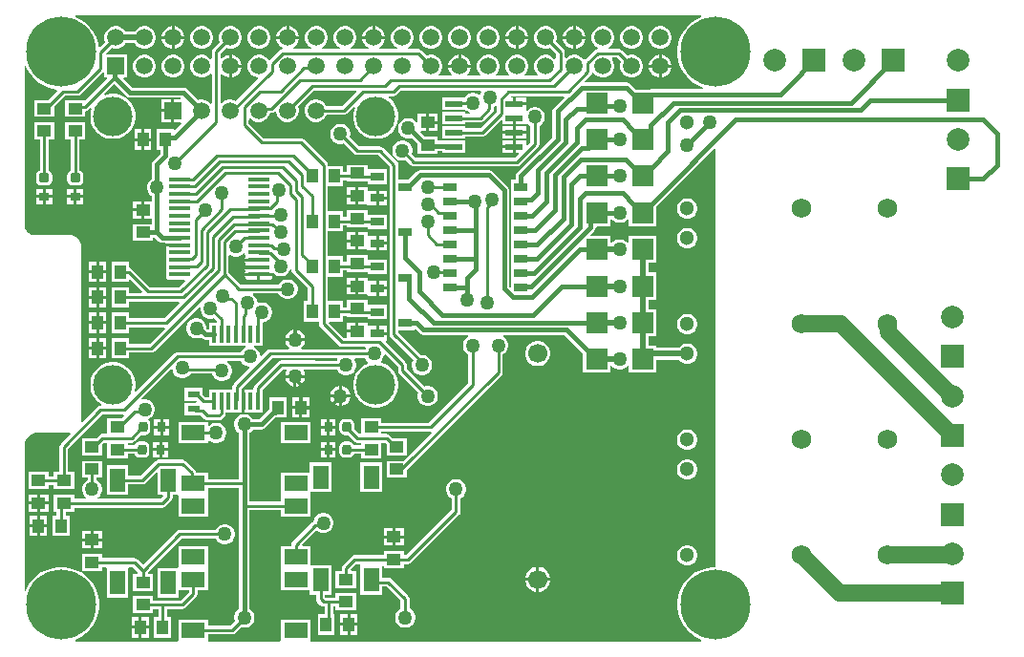
<source format=gtl>
G04*
G04 #@! TF.GenerationSoftware,Altium Limited,Altium Designer,21.7.1 (17)*
G04*
G04 Layer_Physical_Order=1*
G04 Layer_Color=255*
%FSLAX25Y25*%
%MOIN*%
G70*
G04*
G04 #@! TF.SameCoordinates,805F3405-D18D-4A14-B230-685FC2141578*
G04*
G04*
G04 #@! TF.FilePolarity,Positive*
G04*
G01*
G75*
%ADD10C,0.01000*%
%ADD16R,0.04724X0.03150*%
%ADD17R,0.07559X0.07402*%
%ADD18R,0.05118X0.03937*%
%ADD19R,0.04724X0.03150*%
G04:AMPARAMS|DCode=20|XSize=74.8mil|YSize=16.54mil|CornerRadius=2.07mil|HoleSize=0mil|Usage=FLASHONLY|Rotation=180.000|XOffset=0mil|YOffset=0mil|HoleType=Round|Shape=RoundedRectangle|*
%AMROUNDEDRECTD20*
21,1,0.07480,0.01240,0,0,180.0*
21,1,0.07067,0.01654,0,0,180.0*
1,1,0.00413,-0.03533,0.00620*
1,1,0.00413,0.03533,0.00620*
1,1,0.00413,0.03533,-0.00620*
1,1,0.00413,-0.03533,-0.00620*
%
%ADD20ROUNDEDRECTD20*%
%ADD21R,0.03937X0.05118*%
%ADD22R,0.03543X0.03150*%
G04:AMPARAMS|DCode=23|XSize=31.5mil|YSize=35.43mil|CornerRadius=7.87mil|HoleSize=0mil|Usage=FLASHONLY|Rotation=270.000|XOffset=0mil|YOffset=0mil|HoleType=Round|Shape=RoundedRectangle|*
%AMROUNDEDRECTD23*
21,1,0.03150,0.01968,0,0,270.0*
21,1,0.01575,0.03543,0,0,270.0*
1,1,0.01575,-0.00984,-0.00787*
1,1,0.01575,-0.00984,0.00787*
1,1,0.01575,0.00984,0.00787*
1,1,0.01575,0.00984,-0.00787*
%
%ADD23ROUNDEDRECTD23*%
G04:AMPARAMS|DCode=24|XSize=31.5mil|YSize=35.43mil|CornerRadius=7.87mil|HoleSize=0mil|Usage=FLASHONLY|Rotation=180.000|XOffset=0mil|YOffset=0mil|HoleType=Round|Shape=RoundedRectangle|*
%AMROUNDEDRECTD24*
21,1,0.03150,0.01968,0,0,180.0*
21,1,0.01575,0.03543,0,0,180.0*
1,1,0.01575,-0.00787,0.00984*
1,1,0.01575,0.00787,0.00984*
1,1,0.01575,0.00787,-0.00984*
1,1,0.01575,-0.00787,-0.00984*
%
%ADD24ROUNDEDRECTD24*%
%ADD25R,0.03150X0.03543*%
%ADD26R,0.01559X0.06000*%
%ADD27R,0.04300X0.02400*%
%ADD28R,0.06100X0.02200*%
%ADD29R,0.08268X0.05512*%
%ADD30R,0.05512X0.08268*%
%ADD56C,0.01500*%
%ADD57C,0.06000*%
%ADD58C,0.02000*%
%ADD59C,0.06693*%
%ADD60C,0.05906*%
%ADD61R,0.05906X0.05906*%
%ADD62C,0.13780*%
%ADD63R,0.05906X0.05906*%
%ADD64R,0.07874X0.07874*%
%ADD65C,0.07874*%
%ADD66R,0.07874X0.07874*%
%ADD67C,0.05118*%
%ADD68C,0.06890*%
%ADD69C,0.24410*%
%ADD70C,0.05000*%
G36*
X237255Y218994D02*
X237057Y218930D01*
X235205Y217987D01*
X233524Y216765D01*
X232054Y215295D01*
X230832Y213614D01*
X229889Y211762D01*
X229246Y209785D01*
X228921Y207732D01*
Y205654D01*
X229246Y203601D01*
X229889Y201624D01*
X230832Y199772D01*
X232054Y198091D01*
X233524Y196621D01*
X235205Y195399D01*
X237057Y194456D01*
X237803Y194213D01*
X237723Y193713D01*
X220570D01*
X220560Y193711D01*
X219612D01*
X219612Y193711D01*
X219440Y193677D01*
X214358D01*
X212446Y195589D01*
X211867Y195976D01*
X211185Y196111D01*
X196730D01*
X196538Y196573D01*
X198698Y198732D01*
X199029Y199229D01*
X199073Y199450D01*
X199600Y199537D01*
X199711Y199345D01*
X200447Y198609D01*
X201348Y198088D01*
X202354Y197819D01*
X203394D01*
X204400Y198088D01*
X205301Y198609D01*
X206037Y199345D01*
X206557Y200246D01*
X206827Y201251D01*
Y202292D01*
X206557Y203297D01*
X206037Y204199D01*
X206003Y204233D01*
X206194Y204695D01*
X207788D01*
X209190Y203293D01*
X208921Y202292D01*
Y201251D01*
X209191Y200246D01*
X209711Y199345D01*
X210447Y198609D01*
X211348Y198088D01*
X212354Y197819D01*
X213394D01*
X214400Y198088D01*
X215301Y198609D01*
X216037Y199345D01*
X216557Y200246D01*
X216827Y201251D01*
Y202292D01*
X216557Y203297D01*
X216037Y204199D01*
X215301Y204935D01*
X214400Y205455D01*
X213394Y205724D01*
X212354D01*
X211352Y205456D01*
X209503Y207306D01*
X209007Y207637D01*
X208421Y207754D01*
X204820D01*
X204686Y208254D01*
X205301Y208609D01*
X206037Y209345D01*
X206557Y210246D01*
X206827Y211251D01*
Y212292D01*
X206557Y213297D01*
X206037Y214199D01*
X205301Y214935D01*
X204400Y215455D01*
X203394Y215724D01*
X202354D01*
X201348Y215455D01*
X200447Y214935D01*
X199711Y214199D01*
X199191Y213297D01*
X198921Y212292D01*
Y211251D01*
X199191Y210246D01*
X199711Y209345D01*
X200447Y208609D01*
X201062Y208254D01*
X201042Y207940D01*
X200954Y207739D01*
X200444Y207637D01*
X199948Y207306D01*
X196697Y204055D01*
X196109Y204073D01*
X196037Y204199D01*
X195301Y204935D01*
X194400Y205455D01*
X193394Y205724D01*
X192354D01*
X191348Y205455D01*
X190447Y204935D01*
X190022Y204509D01*
X189522Y204716D01*
Y206653D01*
X189405Y207239D01*
X189074Y207735D01*
X186558Y210250D01*
X186827Y211251D01*
Y212292D01*
X186557Y213297D01*
X186037Y214199D01*
X185301Y214935D01*
X184400Y215455D01*
X183394Y215724D01*
X182354D01*
X181348Y215455D01*
X180447Y214935D01*
X179711Y214199D01*
X179191Y213297D01*
X178921Y212292D01*
Y211251D01*
X179191Y210246D01*
X179711Y209345D01*
X180447Y208609D01*
X181348Y208088D01*
X182354Y207819D01*
X183394D01*
X184396Y208087D01*
X186463Y206020D01*
Y204378D01*
X185963Y204273D01*
X185301Y204935D01*
X184400Y205455D01*
X183394Y205724D01*
X182354D01*
X181348Y205455D01*
X180447Y204935D01*
X179711Y204199D01*
X179191Y203297D01*
X178921Y202292D01*
Y201251D01*
X179191Y200246D01*
X179711Y199345D01*
X180176Y198880D01*
X179969Y198380D01*
X175779D01*
X175572Y198880D01*
X176037Y199345D01*
X176557Y200246D01*
X176827Y201251D01*
Y202292D01*
X176557Y203297D01*
X176037Y204199D01*
X175301Y204935D01*
X174400Y205455D01*
X173394Y205724D01*
X172354D01*
X171348Y205455D01*
X170447Y204935D01*
X169711Y204199D01*
X169191Y203297D01*
X168921Y202292D01*
Y201251D01*
X169191Y200246D01*
X169711Y199345D01*
X170176Y198880D01*
X169969Y198380D01*
X165779D01*
X165572Y198880D01*
X166037Y199345D01*
X166557Y200246D01*
X166827Y201251D01*
Y202292D01*
X166557Y203297D01*
X166037Y204199D01*
X165301Y204935D01*
X164400Y205455D01*
X163394Y205724D01*
X162354D01*
X161348Y205455D01*
X160447Y204935D01*
X159711Y204199D01*
X159191Y203297D01*
X158921Y202292D01*
Y201251D01*
X159191Y200246D01*
X159711Y199345D01*
X160176Y198880D01*
X159969Y198380D01*
X155779D01*
X155572Y198880D01*
X156037Y199345D01*
X156557Y200246D01*
X156827Y201251D01*
Y201272D01*
X148921D01*
Y201251D01*
X149191Y200246D01*
X149711Y199345D01*
X150176Y198880D01*
X149969Y198380D01*
X145779D01*
X145572Y198880D01*
X146037Y199345D01*
X146557Y200246D01*
X146827Y201251D01*
Y202292D01*
X146557Y203297D01*
X146037Y204199D01*
X145301Y204935D01*
X144400Y205455D01*
X143394Y205724D01*
X142354D01*
X141352Y205456D01*
X139503Y207306D01*
X139006Y207637D01*
X138421Y207754D01*
X134820D01*
X134686Y208254D01*
X135301Y208609D01*
X136037Y209345D01*
X136557Y210246D01*
X136827Y211251D01*
Y212292D01*
X136557Y213297D01*
X136037Y214199D01*
X135301Y214935D01*
X134400Y215455D01*
X133394Y215724D01*
X132354D01*
X131348Y215455D01*
X130447Y214935D01*
X129711Y214199D01*
X129191Y213297D01*
X128921Y212292D01*
Y211251D01*
X129191Y210246D01*
X129711Y209345D01*
X130447Y208609D01*
X131062Y208254D01*
X130928Y207754D01*
X124820D01*
X124686Y208254D01*
X125301Y208609D01*
X126037Y209345D01*
X126557Y210246D01*
X126827Y211251D01*
Y211272D01*
X118921D01*
Y211251D01*
X119191Y210246D01*
X119711Y209345D01*
X120447Y208609D01*
X121062Y208254D01*
X120928Y207754D01*
X114820D01*
X114686Y208254D01*
X115301Y208609D01*
X116037Y209345D01*
X116557Y210246D01*
X116827Y211251D01*
Y212292D01*
X116557Y213297D01*
X116037Y214199D01*
X115301Y214935D01*
X114400Y215455D01*
X113394Y215724D01*
X112354D01*
X111348Y215455D01*
X110447Y214935D01*
X109711Y214199D01*
X109191Y213297D01*
X108921Y212292D01*
Y211251D01*
X109191Y210246D01*
X109711Y209345D01*
X110447Y208609D01*
X111062Y208254D01*
X110928Y207754D01*
X104820D01*
X104686Y208254D01*
X105301Y208609D01*
X106037Y209345D01*
X106557Y210246D01*
X106827Y211251D01*
Y212292D01*
X106557Y213297D01*
X106037Y214199D01*
X105301Y214935D01*
X104400Y215455D01*
X103394Y215724D01*
X102354D01*
X101348Y215455D01*
X100447Y214935D01*
X99711Y214199D01*
X99191Y213297D01*
X98921Y212292D01*
Y211251D01*
X99191Y210246D01*
X99711Y209345D01*
X100447Y208609D01*
X101062Y208254D01*
X100928Y207754D01*
X94820D01*
X94686Y208254D01*
X95301Y208609D01*
X96037Y209345D01*
X96557Y210246D01*
X96827Y211251D01*
Y211272D01*
X88921D01*
Y211251D01*
X89191Y210246D01*
X89711Y209345D01*
X90447Y208609D01*
X91062Y208254D01*
X91041Y207940D01*
X90954Y207739D01*
X90444Y207637D01*
X89948Y207306D01*
X86622Y203979D01*
X86126Y204045D01*
X86037Y204199D01*
X85301Y204935D01*
X84400Y205455D01*
X83394Y205724D01*
X82354D01*
X81348Y205455D01*
X80447Y204935D01*
X79711Y204199D01*
X79191Y203297D01*
X78921Y202292D01*
Y201251D01*
X79191Y200246D01*
X79711Y199345D01*
X80447Y198609D01*
X81348Y198088D01*
X82354Y197819D01*
X82402D01*
X82594Y197357D01*
X74826Y189590D01*
X74282Y189904D01*
X73276Y190173D01*
X72236D01*
X71230Y189904D01*
X70329Y189383D01*
X69943Y188997D01*
X69443Y189204D01*
Y198906D01*
X69943Y199113D01*
X70447Y198609D01*
X71348Y198088D01*
X72354Y197819D01*
X72374D01*
Y201772D01*
Y205724D01*
X72354D01*
X71348Y205455D01*
X70447Y204935D01*
X69943Y204430D01*
X69443Y204638D01*
Y206177D01*
X71352Y208087D01*
X72354Y207819D01*
X73394D01*
X74400Y208088D01*
X75301Y208609D01*
X76037Y209345D01*
X76557Y210246D01*
X76827Y211251D01*
Y212292D01*
X76557Y213297D01*
X76037Y214199D01*
X75301Y214935D01*
X74400Y215455D01*
X73394Y215724D01*
X72354D01*
X71348Y215455D01*
X70447Y214935D01*
X69711Y214199D01*
X69191Y213297D01*
X68921Y212292D01*
Y211251D01*
X69190Y210250D01*
X66832Y207892D01*
X66500Y207396D01*
X66384Y206811D01*
Y204559D01*
X65884Y204352D01*
X65301Y204935D01*
X64400Y205455D01*
X63394Y205724D01*
X62354D01*
X61348Y205455D01*
X60447Y204935D01*
X59711Y204199D01*
X59191Y203297D01*
X58921Y202292D01*
Y201251D01*
X59191Y200246D01*
X59711Y199345D01*
X60447Y198609D01*
X61348Y198088D01*
X62354Y197819D01*
X63394D01*
X64400Y198088D01*
X65301Y198609D01*
X65884Y199192D01*
X66384Y198985D01*
Y188772D01*
X66146Y188708D01*
X65884Y188682D01*
X65183Y189383D01*
X64282Y189904D01*
X63276Y190173D01*
X62236D01*
X61519Y189981D01*
X57706Y193794D01*
X57127Y194180D01*
X56445Y194316D01*
X38662D01*
X35621Y197357D01*
X35813Y197819D01*
X36827D01*
Y205724D01*
X29697D01*
X29490Y206224D01*
X31352Y208087D01*
X32354Y207819D01*
X33394D01*
X34400Y208088D01*
X35301Y208609D01*
X36037Y209345D01*
X36261Y209733D01*
X39487D01*
X39711Y209345D01*
X40447Y208609D01*
X41348Y208088D01*
X42354Y207819D01*
X43394D01*
X44400Y208088D01*
X45301Y208609D01*
X46037Y209345D01*
X46557Y210246D01*
X46827Y211251D01*
Y212292D01*
X46557Y213297D01*
X46037Y214199D01*
X45301Y214935D01*
X44400Y215455D01*
X43394Y215724D01*
X42354D01*
X41348Y215455D01*
X40447Y214935D01*
X39711Y214199D01*
X39487Y213811D01*
X36261D01*
X36037Y214199D01*
X35301Y214935D01*
X34400Y215455D01*
X33394Y215724D01*
X32354D01*
X31348Y215455D01*
X30447Y214935D01*
X29711Y214199D01*
X29191Y213297D01*
X28921Y212292D01*
Y211251D01*
X29190Y210250D01*
X27331Y208391D01*
X26855Y208546D01*
X26659Y209785D01*
X26017Y211762D01*
X25073Y213614D01*
X23852Y215295D01*
X22382Y216765D01*
X20700Y217987D01*
X18848Y218930D01*
X18651Y218994D01*
X18729Y219488D01*
X237176Y219488D01*
X237255Y218994D01*
D02*
G37*
G36*
X116887Y192891D02*
X111746Y187750D01*
X106437D01*
X105919Y188647D01*
X105183Y189383D01*
X104282Y189904D01*
X103276Y190173D01*
X102236D01*
X101230Y189904D01*
X100329Y189383D01*
X99593Y188647D01*
X99073Y187746D01*
X98803Y186741D01*
Y185700D01*
X99073Y184695D01*
X99593Y183793D01*
X100329Y183057D01*
X101230Y182537D01*
X102236Y182268D01*
X103276D01*
X104282Y182537D01*
X105183Y183057D01*
X105919Y183793D01*
X106437Y184691D01*
X112380D01*
X112965Y184808D01*
X113461Y185139D01*
X115932Y187610D01*
X116356Y187327D01*
X116035Y186553D01*
X115732Y185029D01*
Y183475D01*
X116035Y181951D01*
X116630Y180515D01*
X117494Y179223D01*
X118593Y178124D01*
X119885Y177260D01*
X121321Y176665D01*
X122845Y176362D01*
X124399D01*
X125923Y176665D01*
X127359Y177260D01*
X128651Y178124D01*
X129750Y179223D01*
X130614Y180515D01*
X131209Y181951D01*
X131512Y183475D01*
Y185029D01*
X131209Y186553D01*
X130614Y187989D01*
X129750Y189281D01*
X128651Y190380D01*
X127945Y190852D01*
X128096Y191352D01*
X129890D01*
X130475Y191469D01*
X130971Y191800D01*
X132492Y193321D01*
X160245D01*
X160482Y192821D01*
X160124Y192201D01*
X160063Y191971D01*
X159511Y191845D01*
X158831Y192238D01*
X157941Y192476D01*
X157019D01*
X156129Y192238D01*
X155331Y191777D01*
X154680Y191125D01*
X154435Y190702D01*
X146817D01*
Y186502D01*
X154917D01*
X154917Y186502D01*
Y186502D01*
X155286Y186221D01*
X155331Y186176D01*
X156129Y185715D01*
X156440Y185632D01*
X156374Y185132D01*
X154917D01*
Y185702D01*
X146817D01*
Y181502D01*
X154917D01*
Y182073D01*
X159980D01*
X160566Y182189D01*
X161062Y182521D01*
X164310Y185769D01*
X164641Y186265D01*
X164758Y186850D01*
Y187601D01*
X165356Y187947D01*
X165856Y187710D01*
Y185926D01*
X160063Y180132D01*
X154917D01*
Y180702D01*
X146817D01*
Y176502D01*
X154917D01*
Y177073D01*
X160696D01*
X161281Y177189D01*
X161777Y177521D01*
X167455Y183199D01*
X167917Y183008D01*
Y181502D01*
X171467D01*
Y183602D01*
X172467D01*
Y181502D01*
X176017D01*
Y181515D01*
X176517Y181722D01*
X176985Y181254D01*
X177604Y180897D01*
Y175131D01*
X176517Y174044D01*
X176112Y174162D01*
X176017Y174231D01*
Y175702D01*
X172467D01*
Y173602D01*
Y171502D01*
X173322D01*
X173514Y171040D01*
X172310Y169836D01*
X137606D01*
X136223Y171219D01*
X136374Y171783D01*
Y172705D01*
X136135Y173595D01*
X135675Y174393D01*
X135023Y175045D01*
X134225Y175506D01*
X133335Y175744D01*
X132413D01*
X131523Y175506D01*
X130725Y175045D01*
X130073Y174393D01*
X129613Y173595D01*
X129374Y172705D01*
Y171783D01*
X129613Y170893D01*
X130073Y170095D01*
X130725Y169443D01*
X131523Y168983D01*
X132413Y168744D01*
X133335D01*
X134153Y168963D01*
X135891Y167226D01*
X136387Y166894D01*
X136972Y166778D01*
X172943D01*
X173529Y166894D01*
X174025Y167226D01*
X178577Y171778D01*
X178577Y171778D01*
X180215Y173416D01*
X180547Y173912D01*
X180663Y174498D01*
Y180897D01*
X181283Y181254D01*
X181935Y181906D01*
X182395Y182704D01*
X182634Y183594D01*
Y184516D01*
X182395Y185406D01*
X181935Y186204D01*
X181283Y186856D01*
X180485Y187317D01*
X179595Y187555D01*
X178673D01*
X177783Y187317D01*
X176985Y186856D01*
X176437Y186308D01*
X176017Y186595D01*
Y188102D01*
X171967D01*
Y188602D01*
X171467D01*
Y190702D01*
X171080D01*
X170816Y191202D01*
X170897Y191321D01*
X189129D01*
X189320Y190859D01*
X185746Y187285D01*
X185359Y186706D01*
X185224Y186024D01*
Y176920D01*
X172951Y164647D01*
X172564Y164069D01*
X172428Y163386D01*
Y162181D01*
X170850D01*
Y157032D01*
Y152032D01*
Y147031D01*
Y142032D01*
Y137031D01*
Y132032D01*
Y127032D01*
Y124876D01*
X170377Y124668D01*
X170091Y124898D01*
Y158570D01*
X170091Y158570D01*
X169956Y159253D01*
X169569Y159832D01*
X164440Y164961D01*
X163861Y165347D01*
X163178Y165483D01*
X138994D01*
X138994Y165483D01*
X138311Y165347D01*
X137732Y164961D01*
X137732Y164961D01*
X134795Y162024D01*
X131429D01*
Y167345D01*
X131312Y167930D01*
X130981Y168426D01*
X126082Y173326D01*
X125585Y173657D01*
X125000Y173774D01*
X117760D01*
X114535Y176998D01*
X114720Y177689D01*
Y178610D01*
X114482Y179501D01*
X114021Y180299D01*
X113370Y180950D01*
X112571Y181411D01*
X111681Y181650D01*
X110760D01*
X109870Y181411D01*
X109071Y180950D01*
X108420Y180299D01*
X107959Y179501D01*
X107720Y178610D01*
Y177689D01*
X107959Y176799D01*
X108420Y176001D01*
X109071Y175349D01*
X109870Y174888D01*
X110760Y174650D01*
X111681D01*
X112372Y174835D01*
X116045Y171163D01*
X116541Y170831D01*
X117126Y170715D01*
X124366D01*
X128370Y166711D01*
Y110050D01*
X128392Y109939D01*
Y108268D01*
X128508Y107682D01*
X128840Y107186D01*
X136770Y99256D01*
X136502Y98792D01*
X136264Y97902D01*
Y96980D01*
X136502Y96090D01*
X136963Y95292D01*
X137615Y94640D01*
X138413Y94179D01*
X139303Y93941D01*
X140225D01*
X141115Y94179D01*
X141913Y94640D01*
X142564Y95292D01*
X143025Y96090D01*
X143264Y96980D01*
Y97902D01*
X143025Y98792D01*
X142564Y99590D01*
X141913Y100242D01*
X141115Y100702D01*
X140225Y100941D01*
X139411D01*
X131451Y108901D01*
Y109630D01*
X137024D01*
Y109746D01*
X137524Y109953D01*
X139034Y108443D01*
X139612Y108056D01*
X140295Y107920D01*
X140295Y107921D01*
X155698D01*
X155832Y107421D01*
X155331Y107131D01*
X154680Y106480D01*
X154219Y105682D01*
X153980Y104791D01*
Y103870D01*
X154219Y102980D01*
X154680Y102182D01*
X155331Y101530D01*
X155951Y101172D01*
Y91185D01*
X142083Y77317D01*
X125606D01*
Y78756D01*
X118488D01*
Y73380D01*
X117858D01*
X116094Y75144D01*
Y76772D01*
X115955Y77469D01*
X115560Y78060D01*
X114969Y78455D01*
X114272Y78594D01*
X112697D01*
X111999Y78455D01*
X111408Y78060D01*
X111013Y77469D01*
X110874Y76772D01*
Y74803D01*
X111013Y74106D01*
X111408Y73514D01*
X111999Y73119D01*
X112697Y72981D01*
X113931D01*
X116143Y70769D01*
X116639Y70437D01*
X117224Y70321D01*
X118488D01*
Y69443D01*
X115986D01*
X115955Y69595D01*
X115560Y70186D01*
X114969Y70581D01*
X114272Y70720D01*
X112697D01*
X111999Y70581D01*
X111408Y70186D01*
X111013Y69595D01*
X110874Y68898D01*
Y66929D01*
X111013Y66232D01*
X111408Y65640D01*
X111999Y65245D01*
X112697Y65107D01*
X114272D01*
X114969Y65245D01*
X115560Y65640D01*
X115955Y66232D01*
X115986Y66384D01*
X118488D01*
Y64945D01*
X125606D01*
Y70321D01*
X126729D01*
X127347Y69703D01*
Y65929D01*
X134465D01*
Y71866D01*
X129509D01*
X128444Y72932D01*
X127947Y73263D01*
X127362Y73380D01*
X125606D01*
Y74258D01*
X142717D01*
X142877Y74290D01*
X143123Y73829D01*
X133286Y63992D01*
X127347D01*
Y58055D01*
X134465D01*
Y60845D01*
X167420Y93800D01*
X167752Y94297D01*
X167868Y94882D01*
Y101172D01*
X168488Y101530D01*
X169139Y102182D01*
X169600Y102980D01*
X169839Y103870D01*
Y104791D01*
X169600Y105682D01*
X169139Y106480D01*
X168488Y107131D01*
X167987Y107421D01*
X168121Y107921D01*
X189548D01*
X195882Y101587D01*
Y94709D01*
X205441D01*
Y97000D01*
X205610Y97105D01*
X205941Y97180D01*
X206512Y96609D01*
X207311Y96148D01*
X208201Y95910D01*
X209122D01*
X210012Y96148D01*
X210810Y96609D01*
X211382Y97180D01*
X211882Y97067D01*
Y94709D01*
X221441D01*
Y99339D01*
X229351D01*
X229435Y99193D01*
X230098Y98530D01*
X230910Y98061D01*
X231815Y97819D01*
X232752D01*
X233657Y98061D01*
X234469Y98530D01*
X235131Y99193D01*
X235600Y100004D01*
X235842Y100909D01*
Y101847D01*
X235600Y102752D01*
X235131Y103563D01*
X234469Y104226D01*
X233657Y104694D01*
X232752Y104937D01*
X231815D01*
X230910Y104694D01*
X230098Y104226D01*
X229435Y103563D01*
X229351Y103417D01*
X221441D01*
Y104110D01*
X218701D01*
Y107504D01*
X221441D01*
Y116905D01*
X218701D01*
Y120299D01*
X221441D01*
Y129701D01*
X218701D01*
Y133095D01*
X221441D01*
Y142496D01*
X211882D01*
Y140138D01*
X211382Y140025D01*
X210810Y140596D01*
X210012Y141057D01*
X209122Y141295D01*
X208201D01*
X207311Y141057D01*
X206512Y140596D01*
X205941Y140025D01*
X205610Y140100D01*
X205441Y140205D01*
Y142496D01*
X198725D01*
X198534Y142958D01*
X199832Y144257D01*
X199832Y144257D01*
X200219Y144836D01*
X200355Y145518D01*
X200663Y145890D01*
X205441D01*
Y148181D01*
X205610Y148286D01*
X205941Y148361D01*
X206512Y147790D01*
X207311Y147329D01*
X208201Y147091D01*
X209122D01*
X210012Y147329D01*
X210810Y147790D01*
X211382Y148361D01*
X211882Y148248D01*
Y145890D01*
X221441D01*
Y152847D01*
X241664Y173070D01*
X242126Y172879D01*
X242126Y26984D01*
X241087D01*
X239034Y26659D01*
X237057Y26017D01*
X235205Y25073D01*
X233524Y23852D01*
X232054Y22382D01*
X230832Y20700D01*
X229889Y18848D01*
X229246Y16872D01*
X228921Y14819D01*
Y12740D01*
X229246Y10687D01*
X229889Y8711D01*
X230832Y6859D01*
X232054Y5177D01*
X233524Y3708D01*
X235205Y2486D01*
X237057Y1542D01*
X237255Y1478D01*
X237176Y984D01*
X101228Y984D01*
X100803Y1165D01*
X100803Y1484D01*
Y8677D01*
X90535D01*
Y1484D01*
X90110Y984D01*
X65401Y984D01*
X64976Y1165D01*
X64976Y1484D01*
Y3392D01*
X73398D01*
X73983Y3508D01*
X74479Y3840D01*
X76604Y5965D01*
X77295Y5779D01*
X78217D01*
X79107Y6018D01*
X79905Y6479D01*
X80557Y7130D01*
X81017Y7929D01*
X81256Y8819D01*
Y9740D01*
X81017Y10631D01*
X80557Y11429D01*
X79905Y12080D01*
X79540Y12291D01*
Y46699D01*
X90535D01*
Y44472D01*
X100803D01*
Y51846D01*
X100803Y51984D01*
Y52346D01*
X100803Y52484D01*
Y53134D01*
X108087D01*
Y63402D01*
X100575D01*
Y59858D01*
X90535D01*
Y52484D01*
X90535Y52346D01*
Y51984D01*
X90535Y51846D01*
Y49758D01*
X79540D01*
Y56102D01*
X79540Y56102D01*
Y73760D01*
X79905Y73971D01*
X80557Y74623D01*
X80767Y74987D01*
X83661D01*
X84344Y75123D01*
X84923Y75510D01*
X88531Y79118D01*
X92535D01*
Y86236D01*
X86598D01*
Y82198D01*
X86496Y82130D01*
X86496Y82130D01*
X82922Y78556D01*
X80767D01*
X80557Y78921D01*
X79905Y79572D01*
X79107Y80033D01*
X78217Y80272D01*
X77295D01*
X76405Y80033D01*
X75607Y79572D01*
X74955Y78921D01*
X74494Y78123D01*
X74256Y77232D01*
Y76311D01*
X74494Y75421D01*
X74955Y74623D01*
X75607Y73971D01*
X75972Y73760D01*
Y57632D01*
X64976D01*
Y59858D01*
X60834D01*
X60735Y60358D01*
X60403Y60854D01*
X57259Y63999D01*
X56762Y64330D01*
X56177Y64447D01*
X47804D01*
X47219Y64330D01*
X46722Y63999D01*
X41537Y58813D01*
X37220D01*
Y62417D01*
X29709D01*
Y52150D01*
X37220D01*
Y55754D01*
X42170D01*
X42755Y55870D01*
X43251Y56202D01*
X46963Y59914D01*
X47425Y59723D01*
Y52150D01*
X49280D01*
X49487Y51650D01*
X48579Y50742D01*
X26731D01*
X26597Y51242D01*
X26755Y51333D01*
X27407Y51985D01*
X27868Y52783D01*
X28106Y53673D01*
Y54595D01*
X27868Y55485D01*
X27407Y56283D01*
X26755Y56935D01*
X26136Y57292D01*
Y58055D01*
X28165D01*
Y63992D01*
X21047D01*
Y58055D01*
X23077D01*
Y57292D01*
X22457Y56935D01*
X21806Y56283D01*
X21345Y55485D01*
X21106Y54595D01*
Y53673D01*
X21345Y52783D01*
X21806Y51985D01*
X22457Y51333D01*
X22615Y51242D01*
X22481Y50742D01*
X18323D01*
Y52181D01*
X11205D01*
Y46244D01*
X12250D01*
Y44898D01*
X10811D01*
Y37780D01*
X16748D01*
Y44898D01*
X15309D01*
Y46244D01*
X18323D01*
Y47683D01*
X49213D01*
X49798Y47800D01*
X50294Y48131D01*
X52263Y50100D01*
X52594Y50596D01*
X52710Y51181D01*
Y52150D01*
X54277D01*
X54709Y51984D01*
X54709Y51650D01*
Y44472D01*
X64976D01*
Y51846D01*
X64976Y51984D01*
Y52346D01*
X64976Y52484D01*
Y54573D01*
X75972D01*
Y48228D01*
Y12291D01*
X75607Y12080D01*
X74955Y11429D01*
X74494Y10631D01*
X74256Y9740D01*
Y8819D01*
X74441Y8128D01*
X72764Y6451D01*
X64976D01*
Y8677D01*
X54709D01*
Y1484D01*
X54284Y984D01*
X18729D01*
X18651Y1478D01*
X18848Y1542D01*
X20700Y2486D01*
X22382Y3708D01*
X23852Y5177D01*
X25073Y6859D01*
X26017Y8711D01*
X26659Y10687D01*
X26984Y12740D01*
Y14819D01*
X26659Y16872D01*
X26017Y18848D01*
X25073Y20700D01*
X23852Y22382D01*
X22382Y23852D01*
X20700Y25073D01*
X18848Y26017D01*
X16872Y26659D01*
X14819Y26984D01*
X12740D01*
X10687Y26659D01*
X8711Y26017D01*
X6859Y25073D01*
X5177Y23852D01*
X3708Y22382D01*
X2486Y20700D01*
X1542Y18848D01*
X1478Y18651D01*
X984Y18729D01*
X984Y69882D01*
X984D01*
Y69882D01*
X1177Y70588D01*
X1912Y71855D01*
X2948Y72891D01*
X4215Y73626D01*
X4921Y73819D01*
X16869Y73819D01*
X17060Y73357D01*
X13682Y69979D01*
X13351Y69483D01*
X13234Y68898D01*
Y60055D01*
X11205D01*
Y58616D01*
X9465D01*
Y60055D01*
X2347D01*
Y54118D01*
X9465D01*
Y55557D01*
X11205D01*
Y54118D01*
X18323D01*
Y60055D01*
X16293D01*
Y68264D01*
X28192Y80164D01*
X35561D01*
X35739Y79873D01*
X35778Y79673D01*
X34861Y78756D01*
X29906D01*
Y73380D01*
X28150D01*
X27564Y73263D01*
X27068Y72932D01*
X26002Y71866D01*
X21047D01*
Y65929D01*
X28165D01*
Y69703D01*
X28783Y70321D01*
X29906D01*
Y64945D01*
X37024D01*
Y66384D01*
X39526D01*
X39557Y66232D01*
X39952Y65640D01*
X40543Y65245D01*
X41240Y65107D01*
X42815D01*
X43512Y65245D01*
X44104Y65640D01*
X44499Y66232D01*
X44637Y66929D01*
Y68898D01*
X44499Y69595D01*
X44104Y70186D01*
X43512Y70581D01*
X42815Y70720D01*
X41240D01*
X40543Y70581D01*
X39952Y70186D01*
X39557Y69595D01*
X39526Y69443D01*
X37024D01*
Y70321D01*
X38386D01*
X38971Y70437D01*
X39467Y70769D01*
X41679Y72981D01*
X43110D01*
X43808Y73119D01*
X44399Y73514D01*
X44794Y74106D01*
X44933Y74803D01*
Y76772D01*
X44794Y77469D01*
X44399Y78060D01*
X44273Y78144D01*
X44363Y78686D01*
X44395Y78694D01*
X45193Y79155D01*
X45845Y79807D01*
X46306Y80605D01*
X46544Y81495D01*
Y82417D01*
X46306Y83307D01*
X45845Y84105D01*
X45193Y84756D01*
X44395Y85217D01*
X43505Y85456D01*
X42583D01*
X42216Y85357D01*
X41957Y85806D01*
X52135Y95983D01*
X52656Y95797D01*
X52841Y95106D01*
X53302Y94308D01*
X53953Y93656D01*
X54751Y93195D01*
X55642Y92957D01*
X56563D01*
X57453Y93195D01*
X58251Y93656D01*
X58903Y94308D01*
X58977Y94435D01*
X66536D01*
X66620Y94121D01*
X67081Y93323D01*
X67733Y92672D01*
X68531Y92211D01*
X69421Y91972D01*
X70343D01*
X71233Y92211D01*
X72031Y92672D01*
X72683Y93323D01*
X73143Y94121D01*
X73382Y95012D01*
Y95933D01*
X73143Y96823D01*
X72683Y97622D01*
X72031Y98273D01*
X71764Y98427D01*
X71898Y98927D01*
X76530D01*
X76924Y98245D01*
X77575Y97593D01*
X78373Y97132D01*
X79264Y96894D01*
X79314D01*
X79505Y96432D01*
X74001Y90928D01*
X73670Y90432D01*
X73553Y89846D01*
Y88803D01*
X65346D01*
Y86332D01*
X64015D01*
X63189Y87159D01*
Y89396D01*
X56889D01*
Y84996D01*
X60849D01*
X61003Y84796D01*
X60756Y84296D01*
X56889D01*
Y79896D01*
X62626D01*
X63879Y78643D01*
X64375Y78311D01*
X64961Y78195D01*
X68865D01*
X69451Y78311D01*
X69947Y78643D01*
X70767Y79463D01*
X71098Y79959D01*
X71214Y80544D01*
Y80803D01*
X76862D01*
Y84803D01*
Y88803D01*
X76830D01*
X76702Y89303D01*
X87311Y99911D01*
X110048D01*
X110285Y99411D01*
X110030Y98970D01*
X102864D01*
X102547Y99033D01*
X90614D01*
X90029Y98917D01*
X89533Y98585D01*
X81399Y90452D01*
X81067Y89955D01*
X80951Y89370D01*
Y88803D01*
X77862D01*
Y84803D01*
Y80803D01*
X84260D01*
Y88803D01*
X84260Y88803D01*
X84260D01*
X84482Y89209D01*
X91248Y95974D01*
X92332D01*
X92569Y95474D01*
X92211Y94855D01*
X91983Y94004D01*
X98962D01*
X98734Y94855D01*
X98376Y95474D01*
X98613Y95974D01*
X102293D01*
X102610Y95912D01*
X110030D01*
X110388Y95292D01*
X111040Y94640D01*
X111838Y94179D01*
X112728Y93941D01*
X113650D01*
X114540Y94179D01*
X115338Y94640D01*
X115990Y95292D01*
X116451Y96090D01*
X116689Y96980D01*
Y97902D01*
X116451Y98792D01*
X116129Y99349D01*
X116411Y99849D01*
X119873D01*
X120231Y99229D01*
X120882Y98577D01*
X120963Y98531D01*
X120926Y97974D01*
X119885Y97543D01*
X118593Y96680D01*
X117494Y95581D01*
X116630Y94288D01*
X116035Y92852D01*
X115732Y91328D01*
Y89774D01*
X116035Y88250D01*
X116630Y86814D01*
X117494Y85522D01*
X118593Y84423D01*
X119885Y83559D01*
X121321Y82965D01*
X122845Y82661D01*
X124399D01*
X125923Y82965D01*
X127359Y83559D01*
X128651Y84423D01*
X129750Y85522D01*
X130614Y86814D01*
X131209Y88250D01*
X131512Y89774D01*
Y91328D01*
X131209Y92852D01*
X130614Y94288D01*
X129750Y95581D01*
X128651Y96680D01*
X127359Y97543D01*
X125923Y98138D01*
X125520Y98218D01*
X125362Y98759D01*
X125832Y99229D01*
X126293Y100027D01*
X126532Y100917D01*
Y100967D01*
X126993Y101159D01*
X131345Y96807D01*
Y95472D01*
X131461Y94887D01*
X131793Y94391D01*
X138417Y87766D01*
X138232Y87075D01*
Y86153D01*
X138471Y85263D01*
X138932Y84465D01*
X139583Y83814D01*
X140381Y83353D01*
X141271Y83114D01*
X142193D01*
X143083Y83353D01*
X143881Y83814D01*
X144533Y84465D01*
X144994Y85263D01*
X145232Y86153D01*
Y87075D01*
X144994Y87965D01*
X144533Y88763D01*
X143881Y89415D01*
X143083Y89876D01*
X142193Y90114D01*
X141271D01*
X140580Y89929D01*
X134403Y96106D01*
Y97441D01*
X134287Y98026D01*
X133956Y98522D01*
X127050Y105428D01*
X127241Y105890D01*
X127575D01*
Y107965D01*
X124213D01*
Y108465D01*
X123713D01*
Y111039D01*
X120850D01*
X120685Y111471D01*
Y112221D01*
X117626D01*
Y109252D01*
X117126D01*
Y108752D01*
X113567D01*
Y106907D01*
X112377D01*
X107201Y112083D01*
X107408Y112583D01*
X112221D01*
Y114612D01*
X113567D01*
Y114157D01*
X120685D01*
X120850Y113726D01*
Y113370D01*
X127575D01*
Y118520D01*
X120850D01*
X120685Y118951D01*
Y120095D01*
X113567D01*
Y117671D01*
X112221D01*
Y119701D01*
X106844D01*
Y128331D01*
X112221D01*
Y130360D01*
X113567D01*
Y129905D01*
X120685D01*
X120850Y129474D01*
Y129118D01*
X127575D01*
Y134268D01*
X120850D01*
X120685Y134699D01*
Y135843D01*
X113567D01*
Y133419D01*
X112221D01*
Y135449D01*
X106844D01*
Y144079D01*
X112221D01*
Y146108D01*
X113567D01*
Y145653D01*
X120685D01*
X120850Y145222D01*
Y144866D01*
X127575D01*
Y150016D01*
X120850D01*
X120685Y150447D01*
Y151591D01*
X113567D01*
Y149167D01*
X112221D01*
Y151197D01*
X106844D01*
Y159827D01*
X112221D01*
Y161856D01*
X113567D01*
Y161402D01*
X120685D01*
X120850Y160970D01*
Y160614D01*
X127575D01*
Y165764D01*
X120850D01*
X120685Y166195D01*
Y167339D01*
X113567D01*
Y164915D01*
X112221D01*
Y166945D01*
X106844D01*
Y167323D01*
X106728Y167908D01*
X106396Y168404D01*
X98585Y176215D01*
X98089Y176547D01*
X97504Y176663D01*
X84358D01*
X79285Y181736D01*
Y182979D01*
X79308Y183094D01*
Y183371D01*
X79808Y183578D01*
X80329Y183057D01*
X81230Y182537D01*
X82236Y182268D01*
X83276D01*
X84282Y182537D01*
X85183Y183057D01*
X85919Y183793D01*
X86439Y184695D01*
X86642Y185451D01*
X87209D01*
X87794Y185568D01*
X88290Y185899D01*
X88341Y185951D01*
X88803Y185759D01*
Y185700D01*
X89073Y184695D01*
X89593Y183793D01*
X90329Y183057D01*
X91230Y182537D01*
X92236Y182268D01*
X93276D01*
X94282Y182537D01*
X95183Y183057D01*
X95919Y183793D01*
X96439Y184695D01*
X96709Y185700D01*
Y186741D01*
X96441Y187742D01*
X102051Y193352D01*
X116695D01*
X116887Y192891D01*
D02*
G37*
G36*
X1542Y201624D02*
X2486Y199772D01*
X3708Y198091D01*
X5177Y196621D01*
X6859Y195399D01*
X8711Y194456D01*
X10687Y193813D01*
X12166Y193579D01*
X12339Y193045D01*
X9270Y189976D01*
X4315D01*
Y184039D01*
X11433D01*
Y187813D01*
X15078Y191459D01*
X19456D01*
X20042Y191575D01*
X20538Y191907D01*
X28421Y199790D01*
X28921Y199586D01*
Y197819D01*
X29648D01*
X29840Y197357D01*
X22673Y190190D01*
X22260Y189976D01*
Y189976D01*
X22260Y189976D01*
X15142D01*
Y184039D01*
X22260D01*
Y186016D01*
X22759Y186115D01*
X23256Y186447D01*
X24045Y187236D01*
X24469Y186953D01*
X24303Y186553D01*
X24000Y185029D01*
Y183475D01*
X24303Y181951D01*
X24898Y180515D01*
X25761Y179223D01*
X26860Y178124D01*
X28153Y177260D01*
X29588Y176665D01*
X31113Y176362D01*
X32667D01*
X34191Y176665D01*
X35627Y177260D01*
X36919Y178124D01*
X38018Y179223D01*
X38882Y180515D01*
X39476Y181951D01*
X39779Y183475D01*
Y185029D01*
X39476Y186553D01*
X38882Y187989D01*
X38018Y189281D01*
X36919Y190380D01*
X35627Y191244D01*
X34191Y191839D01*
X32667Y192142D01*
X31113D01*
X29588Y191839D01*
X29189Y191673D01*
X28905Y192097D01*
X32370Y195562D01*
X36661Y191270D01*
X36661Y191270D01*
X37240Y190883D01*
X37923Y190748D01*
X55323D01*
X55373Y190673D01*
X55106Y190173D01*
X53256D01*
Y186221D01*
Y182268D01*
X55627D01*
X55818Y181806D01*
X53580Y179568D01*
X53165Y179740D01*
Y179740D01*
X47228D01*
Y172622D01*
X48413D01*
Y171119D01*
X45982Y168689D01*
X45596Y168111D01*
X45460Y167428D01*
Y162460D01*
X45095Y162250D01*
X44443Y161598D01*
X43983Y160800D01*
X43744Y159910D01*
Y158988D01*
X43983Y158098D01*
X44443Y157300D01*
X45095Y156648D01*
X45460Y156438D01*
Y154543D01*
X42823D01*
Y151575D01*
Y148606D01*
X45460D01*
Y146669D01*
X38764D01*
Y140732D01*
X45882D01*
Y141917D01*
X46505D01*
X47853Y140569D01*
X47853Y140569D01*
X48431Y140182D01*
X49114Y140046D01*
X50208D01*
X50335Y139892D01*
Y139772D01*
X55098D01*
Y138772D01*
X50335D01*
Y138652D01*
X50428Y138181D01*
X50554Y137992D01*
X50428Y137803D01*
X50335Y137333D01*
Y136092D01*
X50428Y135622D01*
X50554Y135433D01*
X50428Y135245D01*
X50335Y134774D01*
Y133534D01*
X50428Y133063D01*
X50554Y132874D01*
X50428Y132685D01*
X50335Y132215D01*
Y130974D01*
X50428Y130504D01*
X50554Y130315D01*
X50428Y130126D01*
X50335Y129656D01*
Y128415D01*
X50428Y127945D01*
X50695Y127545D01*
X51094Y127279D01*
X51565Y127185D01*
X56959D01*
X57150Y126723D01*
X54988Y124561D01*
X44925D01*
X38483Y131003D01*
X37987Y131334D01*
X37417Y131448D01*
Y133480D01*
X31480D01*
Y126362D01*
X37417D01*
Y127089D01*
X37879Y127281D01*
X42106Y123054D01*
X41914Y122592D01*
X37417D01*
Y124622D01*
X31480D01*
Y117504D01*
X37417D01*
Y119534D01*
X43305D01*
X43463Y119502D01*
X54933D01*
X55124Y119040D01*
X49818Y113734D01*
X37417D01*
Y115764D01*
X31480D01*
Y108646D01*
X37417D01*
Y110675D01*
X49788D01*
X49980Y110213D01*
X44642Y104876D01*
X37417D01*
Y106905D01*
X31480D01*
Y99787D01*
X37417D01*
Y101817D01*
X45276D01*
X45861Y101934D01*
X46357Y102265D01*
X62018Y117926D01*
X62467Y117667D01*
X62445Y117587D01*
Y116665D01*
X62683Y115775D01*
X63144Y114977D01*
X63796Y114325D01*
X64594Y113865D01*
X65484Y113626D01*
X66406D01*
X67097Y113811D01*
X68156Y112752D01*
Y112110D01*
X65346D01*
Y109895D01*
X64836D01*
X64524Y110206D01*
Y110697D01*
X64285Y111587D01*
X63824Y112385D01*
X63173Y113037D01*
X62375Y113498D01*
X61484Y113736D01*
X60563D01*
X59673Y113498D01*
X58875Y113037D01*
X58223Y112385D01*
X57762Y111587D01*
X57524Y110697D01*
Y109775D01*
X57762Y108885D01*
X58223Y108087D01*
X58875Y107436D01*
X59673Y106975D01*
X60563Y106736D01*
X61484D01*
X62375Y106975D01*
X62586Y107097D01*
X62835Y106849D01*
X63414Y106462D01*
X64096Y106326D01*
X64096Y106326D01*
X65346D01*
Y104110D01*
X78208D01*
X78293Y103876D01*
X78296Y103610D01*
X77575Y103194D01*
X76924Y102543D01*
X76602Y101986D01*
X54445D01*
X53860Y101870D01*
X53364Y101538D01*
X39944Y88118D01*
X39503Y88384D01*
X39779Y89774D01*
Y91328D01*
X39476Y92852D01*
X38882Y94288D01*
X38018Y95581D01*
X36919Y96680D01*
X35627Y97543D01*
X34191Y98138D01*
X32667Y98441D01*
X31113D01*
X29588Y98138D01*
X28153Y97543D01*
X26860Y96680D01*
X25761Y95581D01*
X24898Y94288D01*
X24303Y92852D01*
X24000Y91328D01*
Y89774D01*
X24303Y88250D01*
X24898Y86814D01*
X25761Y85522D01*
X26860Y84423D01*
X27909Y83722D01*
X27757Y83222D01*
X27559D01*
X26974Y83106D01*
X26478Y82774D01*
X21131Y77428D01*
X20669Y77619D01*
X20669Y139764D01*
X20669D01*
X20669Y139764D01*
X20546Y140309D01*
X20047Y141306D01*
X19259Y142095D01*
X18262Y142593D01*
X17717Y142717D01*
X3937Y142717D01*
X3937Y142717D01*
X3407Y142861D01*
X2457Y143412D01*
X1680Y144189D01*
X1129Y145139D01*
X984Y145669D01*
X984Y201743D01*
X1478Y201821D01*
X1542Y201624D01*
D02*
G37*
G36*
X77933Y136370D02*
Y136092D01*
X78027Y135622D01*
X78153Y135433D01*
X78027Y135245D01*
X77933Y134774D01*
Y134653D01*
X82697D01*
Y133653D01*
X77933D01*
Y133534D01*
X78027Y133063D01*
X78153Y132874D01*
X78027Y132685D01*
X77933Y132215D01*
Y132095D01*
X82697D01*
Y131095D01*
X77933D01*
Y130974D01*
X78027Y130504D01*
X78153Y130315D01*
X78027Y130126D01*
X77933Y129656D01*
Y129535D01*
X82697D01*
Y129035D01*
X83197D01*
Y127185D01*
X86230D01*
X86701Y127279D01*
X87100Y127545D01*
X87367Y127945D01*
X87461Y128415D01*
Y129168D01*
X87961Y129376D01*
X88212Y129124D01*
X89010Y128663D01*
X89901Y128425D01*
X90822D01*
X91712Y128663D01*
X92510Y129124D01*
X93162Y129776D01*
X93623Y130574D01*
X93674Y130764D01*
X94174Y130699D01*
Y130675D01*
X94290Y130089D01*
X94622Y129593D01*
X99849Y124366D01*
Y119701D01*
X98409D01*
Y112583D01*
X103786D01*
Y111806D01*
X103902Y111221D01*
X104234Y110725D01*
X110662Y104297D01*
X111158Y103965D01*
X111743Y103849D01*
X119891D01*
X120128Y103349D01*
X119873Y102907D01*
X115163D01*
X114846Y102970D01*
X97707D01*
X97573Y103470D01*
X97622Y103498D01*
X98273Y104150D01*
X98734Y104948D01*
X98962Y105799D01*
X91983D01*
X92211Y104948D01*
X92672Y104150D01*
X93323Y103498D01*
X93372Y103470D01*
X93238Y102970D01*
X86677D01*
X86092Y102854D01*
X85596Y102522D01*
X83686Y100613D01*
X83224Y100804D01*
Y100855D01*
X82986Y101745D01*
X82525Y102543D01*
X81874Y103194D01*
X81153Y103610D01*
X81156Y103876D01*
X81241Y104110D01*
X84260D01*
Y112110D01*
X84626Y112434D01*
X85201Y112589D01*
X85999Y113049D01*
X86651Y113701D01*
X87112Y114499D01*
X87350Y115389D01*
Y116311D01*
X87112Y117201D01*
X86651Y117999D01*
X85999Y118651D01*
X85201Y119112D01*
X84311Y119350D01*
X83390D01*
X82803Y119193D01*
X82303Y119543D01*
Y119555D01*
X82065Y120445D01*
X81604Y121244D01*
X80952Y121895D01*
X80794Y121986D01*
X80928Y122486D01*
X89635D01*
X90026Y121808D01*
X90678Y121156D01*
X91476Y120696D01*
X92366Y120457D01*
X93288D01*
X94178Y120696D01*
X94976Y121156D01*
X95628Y121808D01*
X96088Y122606D01*
X96327Y123496D01*
Y124418D01*
X96088Y125308D01*
X95628Y126106D01*
X94976Y126758D01*
X94178Y127218D01*
X93288Y127457D01*
X92366D01*
X91476Y127218D01*
X90678Y126758D01*
X90026Y126106D01*
X89702Y125545D01*
X76421D01*
X72270Y129697D01*
Y135639D01*
X72770Y135876D01*
X73389Y135518D01*
X74279Y135280D01*
X75201D01*
X76091Y135518D01*
X76889Y135979D01*
X77433Y136523D01*
X77933Y136370D01*
D02*
G37*
%LPC*%
G36*
X193394Y215724D02*
X193374D01*
Y212272D01*
X196827D01*
Y212292D01*
X196557Y213297D01*
X196037Y214199D01*
X195301Y214935D01*
X194400Y215455D01*
X193394Y215724D01*
D02*
G37*
G36*
X192374D02*
X192354D01*
X191348Y215455D01*
X190447Y214935D01*
X189711Y214199D01*
X189191Y213297D01*
X188921Y212292D01*
Y212272D01*
X192374D01*
Y215724D01*
D02*
G37*
G36*
X173394D02*
X173374D01*
Y212272D01*
X176827D01*
Y212292D01*
X176557Y213297D01*
X176037Y214199D01*
X175301Y214935D01*
X174400Y215455D01*
X173394Y215724D01*
D02*
G37*
G36*
X172374D02*
X172354D01*
X171348Y215455D01*
X170447Y214935D01*
X169711Y214199D01*
X169191Y213297D01*
X168921Y212292D01*
Y212272D01*
X172374D01*
Y215724D01*
D02*
G37*
G36*
X123394D02*
X123374D01*
Y212272D01*
X126827D01*
Y212292D01*
X126557Y213297D01*
X126037Y214199D01*
X125301Y214935D01*
X124400Y215455D01*
X123394Y215724D01*
D02*
G37*
G36*
X122374D02*
X122354D01*
X121348Y215455D01*
X120447Y214935D01*
X119711Y214199D01*
X119191Y213297D01*
X118921Y212292D01*
Y212272D01*
X122374D01*
Y215724D01*
D02*
G37*
G36*
X93394D02*
X93374D01*
Y212272D01*
X96827D01*
Y212292D01*
X96557Y213297D01*
X96037Y214199D01*
X95301Y214935D01*
X94400Y215455D01*
X93394Y215724D01*
D02*
G37*
G36*
X92374D02*
X92354D01*
X91348Y215455D01*
X90447Y214935D01*
X89711Y214199D01*
X89191Y213297D01*
X88921Y212292D01*
Y212272D01*
X92374D01*
Y215724D01*
D02*
G37*
G36*
X53394D02*
X53374D01*
Y212272D01*
X56827D01*
Y212292D01*
X56557Y213297D01*
X56037Y214199D01*
X55301Y214935D01*
X54400Y215455D01*
X53394Y215724D01*
D02*
G37*
G36*
X52374D02*
X52354D01*
X51348Y215455D01*
X50447Y214935D01*
X49711Y214199D01*
X49191Y213297D01*
X48921Y212292D01*
Y212272D01*
X52374D01*
Y215724D01*
D02*
G37*
G36*
X223394D02*
X222354D01*
X221348Y215455D01*
X220447Y214935D01*
X219711Y214199D01*
X219191Y213297D01*
X218921Y212292D01*
Y211251D01*
X219191Y210246D01*
X219711Y209345D01*
X220447Y208609D01*
X221348Y208088D01*
X222354Y207819D01*
X223394D01*
X224400Y208088D01*
X225301Y208609D01*
X226037Y209345D01*
X226557Y210246D01*
X226827Y211251D01*
Y212292D01*
X226557Y213297D01*
X226037Y214199D01*
X225301Y214935D01*
X224400Y215455D01*
X223394Y215724D01*
D02*
G37*
G36*
X213394D02*
X212354D01*
X211348Y215455D01*
X210447Y214935D01*
X209711Y214199D01*
X209191Y213297D01*
X208921Y212292D01*
Y211251D01*
X209191Y210246D01*
X209711Y209345D01*
X210447Y208609D01*
X211348Y208088D01*
X212354Y207819D01*
X213394D01*
X214400Y208088D01*
X215301Y208609D01*
X216037Y209345D01*
X216557Y210246D01*
X216827Y211251D01*
Y212292D01*
X216557Y213297D01*
X216037Y214199D01*
X215301Y214935D01*
X214400Y215455D01*
X213394Y215724D01*
D02*
G37*
G36*
X196827Y211272D02*
X193374D01*
Y207819D01*
X193394D01*
X194400Y208088D01*
X195301Y208609D01*
X196037Y209345D01*
X196557Y210246D01*
X196827Y211251D01*
Y211272D01*
D02*
G37*
G36*
X192374D02*
X188921D01*
Y211251D01*
X189191Y210246D01*
X189711Y209345D01*
X190447Y208609D01*
X191348Y208088D01*
X192354Y207819D01*
X192374D01*
Y211272D01*
D02*
G37*
G36*
X176827D02*
X173374D01*
Y207819D01*
X173394D01*
X174400Y208088D01*
X175301Y208609D01*
X176037Y209345D01*
X176557Y210246D01*
X176827Y211251D01*
Y211272D01*
D02*
G37*
G36*
X172374D02*
X168921D01*
Y211251D01*
X169191Y210246D01*
X169711Y209345D01*
X170447Y208609D01*
X171348Y208088D01*
X172354Y207819D01*
X172374D01*
Y211272D01*
D02*
G37*
G36*
X163394Y215724D02*
X162354D01*
X161348Y215455D01*
X160447Y214935D01*
X159711Y214199D01*
X159191Y213297D01*
X158921Y212292D01*
Y211251D01*
X159191Y210246D01*
X159711Y209345D01*
X160447Y208609D01*
X161348Y208088D01*
X162354Y207819D01*
X163394D01*
X164400Y208088D01*
X165301Y208609D01*
X166037Y209345D01*
X166557Y210246D01*
X166827Y211251D01*
Y212292D01*
X166557Y213297D01*
X166037Y214199D01*
X165301Y214935D01*
X164400Y215455D01*
X163394Y215724D01*
D02*
G37*
G36*
X153394D02*
X152354D01*
X151348Y215455D01*
X150447Y214935D01*
X149711Y214199D01*
X149191Y213297D01*
X148921Y212292D01*
Y211251D01*
X149191Y210246D01*
X149711Y209345D01*
X150447Y208609D01*
X151348Y208088D01*
X152354Y207819D01*
X153394D01*
X154400Y208088D01*
X155301Y208609D01*
X156037Y209345D01*
X156557Y210246D01*
X156827Y211251D01*
Y212292D01*
X156557Y213297D01*
X156037Y214199D01*
X155301Y214935D01*
X154400Y215455D01*
X153394Y215724D01*
D02*
G37*
G36*
X143394D02*
X142354D01*
X141348Y215455D01*
X140447Y214935D01*
X139711Y214199D01*
X139191Y213297D01*
X138921Y212292D01*
Y211251D01*
X139191Y210246D01*
X139711Y209345D01*
X140447Y208609D01*
X141348Y208088D01*
X142354Y207819D01*
X143394D01*
X144400Y208088D01*
X145301Y208609D01*
X146037Y209345D01*
X146557Y210246D01*
X146827Y211251D01*
Y212292D01*
X146557Y213297D01*
X146037Y214199D01*
X145301Y214935D01*
X144400Y215455D01*
X143394Y215724D01*
D02*
G37*
G36*
X83394D02*
X82354D01*
X81348Y215455D01*
X80447Y214935D01*
X79711Y214199D01*
X79191Y213297D01*
X78921Y212292D01*
Y211251D01*
X79191Y210246D01*
X79711Y209345D01*
X80447Y208609D01*
X81348Y208088D01*
X82354Y207819D01*
X83394D01*
X84400Y208088D01*
X85301Y208609D01*
X86037Y209345D01*
X86557Y210246D01*
X86827Y211251D01*
Y212292D01*
X86557Y213297D01*
X86037Y214199D01*
X85301Y214935D01*
X84400Y215455D01*
X83394Y215724D01*
D02*
G37*
G36*
X63394D02*
X62354D01*
X61348Y215455D01*
X60447Y214935D01*
X59711Y214199D01*
X59191Y213297D01*
X58921Y212292D01*
Y211251D01*
X59191Y210246D01*
X59711Y209345D01*
X60447Y208609D01*
X61348Y208088D01*
X62354Y207819D01*
X63394D01*
X64400Y208088D01*
X65301Y208609D01*
X66037Y209345D01*
X66557Y210246D01*
X66827Y211251D01*
Y212292D01*
X66557Y213297D01*
X66037Y214199D01*
X65301Y214935D01*
X64400Y215455D01*
X63394Y215724D01*
D02*
G37*
G36*
X56827Y211272D02*
X53374D01*
Y207819D01*
X53394D01*
X54400Y208088D01*
X55301Y208609D01*
X56037Y209345D01*
X56557Y210246D01*
X56827Y211251D01*
Y211272D01*
D02*
G37*
G36*
X52374D02*
X48921D01*
Y211251D01*
X49191Y210246D01*
X49711Y209345D01*
X50447Y208609D01*
X51348Y208088D01*
X52354Y207819D01*
X52374D01*
Y211272D01*
D02*
G37*
G36*
X223394Y205724D02*
X223374D01*
Y202272D01*
X226827D01*
Y202292D01*
X226557Y203297D01*
X226037Y204199D01*
X225301Y204935D01*
X224400Y205455D01*
X223394Y205724D01*
D02*
G37*
G36*
X222374D02*
X222354D01*
X221348Y205455D01*
X220447Y204935D01*
X219711Y204199D01*
X219191Y203297D01*
X218921Y202292D01*
Y202272D01*
X222374D01*
Y205724D01*
D02*
G37*
G36*
X153394D02*
X153374D01*
Y202272D01*
X156827D01*
Y202292D01*
X156557Y203297D01*
X156037Y204199D01*
X155301Y204935D01*
X154400Y205455D01*
X153394Y205724D01*
D02*
G37*
G36*
X152374D02*
X152354D01*
X151348Y205455D01*
X150447Y204935D01*
X149711Y204199D01*
X149191Y203297D01*
X148921Y202292D01*
Y202272D01*
X152374D01*
Y205724D01*
D02*
G37*
G36*
X73394D02*
X73374D01*
Y202272D01*
X76827D01*
Y202292D01*
X76557Y203297D01*
X76037Y204199D01*
X75301Y204935D01*
X74400Y205455D01*
X73394Y205724D01*
D02*
G37*
G36*
X226827Y201272D02*
X223374D01*
Y197819D01*
X223394D01*
X224400Y198088D01*
X225301Y198609D01*
X226037Y199345D01*
X226557Y200246D01*
X226827Y201251D01*
Y201272D01*
D02*
G37*
G36*
X222374D02*
X218921D01*
Y201251D01*
X219191Y200246D01*
X219711Y199345D01*
X220447Y198609D01*
X221348Y198088D01*
X222354Y197819D01*
X222374D01*
Y201272D01*
D02*
G37*
G36*
X76827D02*
X73374D01*
Y197819D01*
X73394D01*
X74400Y198088D01*
X75301Y198609D01*
X76037Y199345D01*
X76557Y200246D01*
X76827Y201251D01*
Y201272D01*
D02*
G37*
G36*
X53394Y205724D02*
X52354D01*
X51348Y205455D01*
X50447Y204935D01*
X49711Y204199D01*
X49191Y203297D01*
X48921Y202292D01*
Y201251D01*
X49191Y200246D01*
X49711Y199345D01*
X50447Y198609D01*
X51348Y198088D01*
X52354Y197819D01*
X53394D01*
X54400Y198088D01*
X55301Y198609D01*
X56037Y199345D01*
X56557Y200246D01*
X56827Y201251D01*
Y202292D01*
X56557Y203297D01*
X56037Y204199D01*
X55301Y204935D01*
X54400Y205455D01*
X53394Y205724D01*
D02*
G37*
G36*
X43394D02*
X42354D01*
X41348Y205455D01*
X40447Y204935D01*
X39711Y204199D01*
X39191Y203297D01*
X38921Y202292D01*
Y201251D01*
X39191Y200246D01*
X39711Y199345D01*
X40447Y198609D01*
X41348Y198088D01*
X42354Y197819D01*
X43394D01*
X44400Y198088D01*
X45301Y198609D01*
X46037Y199345D01*
X46557Y200246D01*
X46827Y201251D01*
Y202292D01*
X46557Y203297D01*
X46037Y204199D01*
X45301Y204935D01*
X44400Y205455D01*
X43394Y205724D01*
D02*
G37*
G36*
X176017Y190702D02*
X172467D01*
Y189102D01*
X176017D01*
Y190702D01*
D02*
G37*
G36*
X145291Y185055D02*
X142232D01*
Y182587D01*
X145291D01*
Y185055D01*
D02*
G37*
G36*
X141232D02*
X138173D01*
Y182349D01*
X137673Y182215D01*
X137643Y182267D01*
X136992Y182919D01*
X136194Y183380D01*
X135303Y183618D01*
X134382D01*
X133492Y183380D01*
X132694Y182919D01*
X132042Y182267D01*
X131581Y181469D01*
X131342Y180579D01*
Y179657D01*
X131581Y178767D01*
X132042Y177969D01*
X132694Y177317D01*
X133492Y176857D01*
X134382Y176618D01*
X135303D01*
X136021Y176810D01*
X138173Y174658D01*
Y171244D01*
X145291D01*
Y172123D01*
X146817D01*
Y171502D01*
X154917D01*
Y175702D01*
X146817D01*
Y175692D01*
X145291D01*
Y177181D01*
X140697D01*
X139222Y178656D01*
X139413Y179118D01*
X141232D01*
Y182087D01*
Y185055D01*
D02*
G37*
G36*
X145291Y181587D02*
X142232D01*
Y179118D01*
X145291D01*
Y181587D01*
D02*
G37*
G36*
X176017Y180702D02*
X172467D01*
Y179102D01*
X176017D01*
Y180702D01*
D02*
G37*
G36*
X171467D02*
X167917D01*
Y179102D01*
X171467D01*
Y180702D01*
D02*
G37*
G36*
X176017Y178102D02*
X172467D01*
Y176502D01*
X176017D01*
Y178102D01*
D02*
G37*
G36*
X171467D02*
X167917D01*
Y176502D01*
X171467D01*
Y178102D01*
D02*
G37*
G36*
Y175702D02*
X167917D01*
Y174102D01*
X171467D01*
Y175702D01*
D02*
G37*
G36*
Y173102D02*
X167917D01*
Y171502D01*
X171467D01*
Y173102D01*
D02*
G37*
G36*
X116626Y159465D02*
X113567D01*
Y156996D01*
X116626D01*
Y159465D01*
D02*
G37*
G36*
X124713Y158283D02*
Y156209D01*
X127575D01*
Y158283D01*
X124713D01*
D02*
G37*
G36*
X116626Y155996D02*
X113567D01*
Y153528D01*
X116626D01*
Y155996D01*
D02*
G37*
G36*
X127575Y155209D02*
X124713D01*
Y153134D01*
X127575D01*
Y155209D01*
D02*
G37*
G36*
X120685Y159465D02*
X117626D01*
Y156496D01*
Y153528D01*
X120594Y153527D01*
X120850Y153134D01*
X120942Y153134D01*
X123713D01*
Y155709D01*
Y158283D01*
X121185D01*
X120850Y158283D01*
X120685Y158715D01*
Y159465D01*
D02*
G37*
G36*
X232752Y155646D02*
X231815D01*
X230910Y155403D01*
X230098Y154935D01*
X229435Y154272D01*
X228967Y153460D01*
X228724Y152555D01*
Y151618D01*
X228967Y150713D01*
X229435Y149901D01*
X230098Y149239D01*
X230910Y148770D01*
X231815Y148528D01*
X232752D01*
X233657Y148770D01*
X234469Y149239D01*
X235131Y149901D01*
X235600Y150713D01*
X235842Y151618D01*
Y152555D01*
X235600Y153460D01*
X235131Y154272D01*
X234469Y154935D01*
X233657Y155403D01*
X232752Y155646D01*
D02*
G37*
G36*
X116626Y143717D02*
X113567D01*
Y141248D01*
X116626D01*
Y143717D01*
D02*
G37*
G36*
X124713Y142535D02*
Y140461D01*
X127575D01*
Y142535D01*
X124713D01*
D02*
G37*
G36*
X232752Y145291D02*
X231815D01*
X230910Y145049D01*
X230098Y144580D01*
X229435Y143918D01*
X228967Y143106D01*
X228724Y142201D01*
Y141264D01*
X228967Y140358D01*
X229435Y139547D01*
X230098Y138884D01*
X230910Y138416D01*
X231815Y138173D01*
X232752D01*
X233657Y138416D01*
X234469Y138884D01*
X235131Y139547D01*
X235600Y140358D01*
X235842Y141264D01*
Y142201D01*
X235600Y143106D01*
X235131Y143918D01*
X234469Y144580D01*
X233657Y145049D01*
X232752Y145291D01*
D02*
G37*
G36*
X116626Y140248D02*
X113567D01*
Y137779D01*
X116626D01*
Y140248D01*
D02*
G37*
G36*
X127575Y139461D02*
X124713D01*
Y137386D01*
X127575D01*
Y139461D01*
D02*
G37*
G36*
X120685Y143717D02*
X117626D01*
Y140748D01*
Y137779D01*
X120594Y137779D01*
X120850Y137386D01*
X120942Y137386D01*
X123713D01*
Y139961D01*
Y142535D01*
X121185D01*
X120850Y142535D01*
X120685Y142967D01*
Y143717D01*
D02*
G37*
G36*
X116626Y127969D02*
X113567D01*
Y125500D01*
X116626D01*
Y127969D01*
D02*
G37*
G36*
X124713Y126787D02*
Y124713D01*
X127575D01*
Y126787D01*
X124713D01*
D02*
G37*
G36*
X116626Y124500D02*
X113567D01*
Y122031D01*
X116626D01*
Y124500D01*
D02*
G37*
G36*
X127575Y123713D02*
X124713D01*
Y121638D01*
X127575D01*
Y123713D01*
D02*
G37*
G36*
X120685Y127969D02*
X117626D01*
Y125000D01*
Y122031D01*
X120594Y122031D01*
X120850Y121638D01*
X120942Y121638D01*
X123713D01*
Y124213D01*
Y126787D01*
X121185D01*
X120850Y126787D01*
X120685Y127219D01*
Y127969D01*
D02*
G37*
G36*
X116626Y112221D02*
X113567D01*
Y109752D01*
X116626D01*
Y112221D01*
D02*
G37*
G36*
X124713Y111039D02*
Y108965D01*
X127575D01*
Y111039D01*
X124713D01*
D02*
G37*
G36*
X232752Y115291D02*
X231815D01*
X230910Y115049D01*
X230098Y114580D01*
X229435Y113918D01*
X228967Y113106D01*
X228724Y112201D01*
Y111264D01*
X228967Y110359D01*
X229435Y109547D01*
X230098Y108884D01*
X230910Y108416D01*
X231815Y108173D01*
X232752D01*
X233657Y108416D01*
X234469Y108884D01*
X235131Y109547D01*
X235600Y110359D01*
X235842Y111264D01*
Y112201D01*
X235600Y113106D01*
X235131Y113918D01*
X234469Y114580D01*
X233657Y115049D01*
X232752Y115291D01*
D02*
G37*
G36*
X180690Y105724D02*
X179546D01*
X178440Y105428D01*
X177449Y104856D01*
X176640Y104047D01*
X176068Y103056D01*
X175772Y101950D01*
Y100806D01*
X176068Y99700D01*
X176640Y98709D01*
X177449Y97900D01*
X178440Y97328D01*
X179546Y97031D01*
X180690D01*
X181796Y97328D01*
X182787Y97900D01*
X183596Y98709D01*
X184168Y99700D01*
X184465Y100806D01*
Y101950D01*
X184168Y103056D01*
X183596Y104047D01*
X182787Y104856D01*
X181796Y105428D01*
X180690Y105724D01*
D02*
G37*
G36*
X98962Y93004D02*
X95972D01*
Y90014D01*
X96823Y90242D01*
X97622Y90703D01*
X98273Y91355D01*
X98734Y92153D01*
X98962Y93004D01*
D02*
G37*
G36*
X94972D02*
X91983D01*
X92211Y92153D01*
X92672Y91355D01*
X93323Y90703D01*
X94121Y90242D01*
X94972Y90014D01*
Y93004D01*
D02*
G37*
G36*
X111721Y90104D02*
Y87114D01*
X114710D01*
X114482Y87965D01*
X114021Y88763D01*
X113370Y89415D01*
X112571Y89876D01*
X111721Y90104D01*
D02*
G37*
G36*
X110721D02*
X109870Y89876D01*
X109071Y89415D01*
X108420Y88763D01*
X107959Y87965D01*
X107731Y87114D01*
X110721D01*
Y90104D01*
D02*
G37*
G36*
X100409Y86236D02*
X97941D01*
Y83177D01*
X100409D01*
Y86236D01*
D02*
G37*
G36*
X96941D02*
X94472D01*
Y83177D01*
X96941D01*
Y86236D01*
D02*
G37*
G36*
X114710Y86114D02*
X111721D01*
Y83125D01*
X112571Y83353D01*
X113370Y83814D01*
X114021Y84465D01*
X114482Y85263D01*
X114710Y86114D01*
D02*
G37*
G36*
X110721D02*
X107731D01*
X107959Y85263D01*
X108420Y84465D01*
X109071Y83814D01*
X109870Y83353D01*
X110721Y83125D01*
Y86114D01*
D02*
G37*
G36*
X100409Y82177D02*
X97941D01*
Y79118D01*
X100409D01*
Y82177D01*
D02*
G37*
G36*
X96941D02*
X94472D01*
Y79118D01*
X96941D01*
Y82177D01*
D02*
G37*
G36*
X109563Y78559D02*
X107488D01*
Y76287D01*
X109563D01*
Y78559D01*
D02*
G37*
G36*
X51394D02*
X49319D01*
Y76287D01*
X51394D01*
Y78559D01*
D02*
G37*
G36*
X48319D02*
X46244D01*
Y76287D01*
X48319D01*
Y78559D01*
D02*
G37*
G36*
X106488D02*
X104413D01*
Y76287D01*
X106488D01*
Y78559D01*
D02*
G37*
G36*
X109563Y75287D02*
X107488D01*
Y73016D01*
X109563D01*
Y75287D01*
D02*
G37*
G36*
X106488D02*
X104413D01*
Y73016D01*
X106488D01*
Y75287D01*
D02*
G37*
G36*
X51394D02*
X49319D01*
Y73016D01*
X51394D01*
Y75287D01*
D02*
G37*
G36*
X48319D02*
X46244D01*
Y73016D01*
X48319D01*
Y75287D01*
D02*
G37*
G36*
X64976Y77575D02*
X54709D01*
Y70063D01*
X64976D01*
Y71099D01*
X65476Y71306D01*
X65764Y71018D01*
X66562Y70557D01*
X67453Y70319D01*
X68374D01*
X69264Y70557D01*
X70062Y71018D01*
X70714Y71670D01*
X71175Y72468D01*
X71413Y73358D01*
Y74280D01*
X71175Y75170D01*
X70714Y75968D01*
X70062Y76620D01*
X69264Y77080D01*
X68374Y77319D01*
X67453D01*
X66562Y77080D01*
X65764Y76620D01*
X65476Y76332D01*
X64976Y76539D01*
Y77575D01*
D02*
G37*
G36*
X100803D02*
X90535D01*
Y70063D01*
X100803D01*
Y77575D01*
D02*
G37*
G36*
X109563Y70685D02*
X107488D01*
Y68413D01*
X109563D01*
Y70685D01*
D02*
G37*
G36*
X106488D02*
X104413D01*
Y68413D01*
X106488D01*
Y70685D01*
D02*
G37*
G36*
X51098D02*
X49024D01*
Y68413D01*
X51098D01*
Y70685D01*
D02*
G37*
G36*
X48024D02*
X45949D01*
Y68413D01*
X48024D01*
Y70685D01*
D02*
G37*
G36*
X232752Y74937D02*
X231815D01*
X230910Y74695D01*
X230098Y74226D01*
X229435Y73563D01*
X228967Y72752D01*
X228724Y71846D01*
Y70909D01*
X228967Y70004D01*
X229435Y69193D01*
X230098Y68530D01*
X230910Y68061D01*
X231815Y67819D01*
X232752D01*
X233657Y68061D01*
X234469Y68530D01*
X235131Y69193D01*
X235600Y70004D01*
X235842Y70909D01*
Y71846D01*
X235600Y72752D01*
X235131Y73563D01*
X234469Y74226D01*
X233657Y74695D01*
X232752Y74937D01*
D02*
G37*
G36*
X109563Y67413D02*
X107488D01*
Y65142D01*
X109563D01*
Y67413D01*
D02*
G37*
G36*
X106488D02*
X104413D01*
Y65142D01*
X106488D01*
Y67413D01*
D02*
G37*
G36*
X51098Y67413D02*
X49024D01*
Y65142D01*
X51098D01*
Y67413D01*
D02*
G37*
G36*
X48024D02*
X45949D01*
Y65142D01*
X48024D01*
Y67413D01*
D02*
G37*
G36*
X232752Y64583D02*
X231815D01*
X230910Y64340D01*
X230098Y63872D01*
X229435Y63209D01*
X228967Y62397D01*
X228724Y61492D01*
Y60555D01*
X228967Y59650D01*
X229435Y58838D01*
X230098Y58176D01*
X230910Y57707D01*
X231815Y57465D01*
X232752D01*
X233657Y57707D01*
X234469Y58176D01*
X235131Y58838D01*
X235600Y59650D01*
X235842Y60555D01*
Y61492D01*
X235600Y62397D01*
X235131Y63209D01*
X234469Y63872D01*
X233657Y64340D01*
X232752Y64583D01*
D02*
G37*
G36*
X125803Y63402D02*
X118291D01*
Y53134D01*
X125803D01*
Y63402D01*
D02*
G37*
G36*
X9465Y52181D02*
X6406D01*
Y49713D01*
X9465D01*
Y52181D01*
D02*
G37*
G36*
X5406D02*
X2347D01*
Y49713D01*
X5406D01*
Y52181D01*
D02*
G37*
G36*
X9465Y48713D02*
X6406D01*
Y46244D01*
X9465D01*
Y48713D01*
D02*
G37*
G36*
X5406D02*
X2347D01*
Y46244D01*
X5406D01*
Y48713D01*
D02*
G37*
G36*
X8874Y44898D02*
X6406D01*
Y41839D01*
X8874D01*
Y44898D01*
D02*
G37*
G36*
X5406D02*
X2937D01*
Y41839D01*
X5406D01*
Y44898D01*
D02*
G37*
G36*
X105776Y45823D02*
X104854D01*
X103964Y45584D01*
X103166Y45123D01*
X102514Y44472D01*
X102053Y43674D01*
X101837Y42864D01*
X101500Y42639D01*
X94588Y35727D01*
X94256Y35231D01*
X94140Y34646D01*
Y34268D01*
X90535D01*
Y26756D01*
X90535D01*
Y26394D01*
X90535D01*
Y18882D01*
X100575D01*
Y17307D01*
X102801D01*
Y15748D01*
X102918Y15163D01*
X103249Y14667D01*
X104234Y13682D01*
X104730Y13351D01*
X105315Y13234D01*
X105754D01*
Y10449D01*
X103331D01*
Y3331D01*
X109268D01*
Y10449D01*
X108813D01*
Y13234D01*
X109630D01*
Y11795D01*
X116748D01*
Y17732D01*
X109630D01*
Y16293D01*
X105948D01*
X105860Y16382D01*
Y17307D01*
X108087D01*
Y27575D01*
X100803D01*
Y34268D01*
X98107D01*
X97916Y34730D01*
X102937Y39751D01*
X103166Y39522D01*
X103964Y39061D01*
X104854Y38823D01*
X105776D01*
X106666Y39061D01*
X107464Y39522D01*
X108116Y40174D01*
X108576Y40972D01*
X108815Y41862D01*
Y42784D01*
X108576Y43674D01*
X108116Y44472D01*
X107464Y45123D01*
X106666Y45584D01*
X105776Y45823D01*
D02*
G37*
G36*
X133480Y40370D02*
X130421D01*
Y37902D01*
X133480D01*
Y40370D01*
D02*
G37*
G36*
X129421D02*
X126362D01*
Y37902D01*
X129421D01*
Y40370D01*
D02*
G37*
G36*
X8874Y40839D02*
X6406D01*
Y37780D01*
X8874D01*
Y40839D01*
D02*
G37*
G36*
X5406D02*
X2937D01*
Y37780D01*
X5406D01*
Y40839D01*
D02*
G37*
G36*
X28165Y39386D02*
X25106D01*
Y36917D01*
X28165D01*
Y39386D01*
D02*
G37*
G36*
X24106D02*
X21047D01*
Y36917D01*
X24106D01*
Y39386D01*
D02*
G37*
G36*
X71327Y41886D02*
X70405D01*
X69515Y41647D01*
X68717Y41186D01*
X68065Y40535D01*
X67708Y39915D01*
X55118D01*
X54533Y39799D01*
X54037Y39467D01*
X42323Y27753D01*
X40451Y29625D01*
X39955Y29956D01*
X39370Y30073D01*
X28165D01*
Y31512D01*
X21047D01*
Y25575D01*
X28165D01*
Y27014D01*
X29524D01*
X29709Y26591D01*
X29709Y26514D01*
Y16323D01*
X37220D01*
Y26514D01*
X37220Y26591D01*
X37405Y27014D01*
X38737D01*
X40628Y25122D01*
X40421Y24622D01*
X38764D01*
Y18685D01*
X45882D01*
Y24622D01*
X44224D01*
X44017Y25122D01*
X55752Y36856D01*
X67708D01*
X68065Y36237D01*
X68717Y35585D01*
X69515Y35124D01*
X70405Y34886D01*
X71327D01*
X72217Y35124D01*
X73015Y35585D01*
X73667Y36237D01*
X74128Y37035D01*
X74366Y37925D01*
Y38847D01*
X74128Y39737D01*
X73667Y40535D01*
X73015Y41186D01*
X72217Y41647D01*
X71327Y41886D01*
D02*
G37*
G36*
X133480Y36902D02*
X130421D01*
Y34433D01*
X133480D01*
Y36902D01*
D02*
G37*
G36*
X129421D02*
X126362D01*
Y34433D01*
X129421D01*
Y36902D01*
D02*
G37*
G36*
X28165Y35917D02*
X25106D01*
Y33449D01*
X28165D01*
Y35917D01*
D02*
G37*
G36*
X24106D02*
X21047D01*
Y33449D01*
X24106D01*
Y35917D01*
D02*
G37*
G36*
X152036Y57634D02*
X151114D01*
X150224Y57395D01*
X149426Y56935D01*
X148774Y56283D01*
X148313Y55485D01*
X148075Y54595D01*
Y53673D01*
X148313Y52783D01*
X148774Y51985D01*
X149426Y51333D01*
X150045Y50975D01*
Y46893D01*
X134209Y31057D01*
X133480D01*
Y32496D01*
X126362D01*
Y31057D01*
X116142D01*
X115557Y30940D01*
X115060Y30609D01*
X112108Y27656D01*
X111776Y27160D01*
X111660Y26575D01*
Y25606D01*
X109630D01*
Y19669D01*
X116748D01*
Y25606D01*
X115091D01*
X114883Y26106D01*
X116775Y27998D01*
X118106D01*
X118291Y27575D01*
X118291Y27498D01*
Y17307D01*
X125803D01*
Y20124D01*
X127319D01*
X132266Y15178D01*
Y12402D01*
X131709Y12080D01*
X131058Y11429D01*
X130597Y10631D01*
X130358Y9740D01*
Y8819D01*
X130597Y7929D01*
X131058Y7130D01*
X131709Y6479D01*
X132507Y6018D01*
X133397Y5779D01*
X134319D01*
X135209Y6018D01*
X136007Y6479D01*
X136659Y7130D01*
X137120Y7929D01*
X137358Y8819D01*
Y9740D01*
X137120Y10631D01*
X136659Y11429D01*
X136007Y12080D01*
X135325Y12474D01*
Y15811D01*
X135208Y16396D01*
X134877Y16893D01*
X129034Y22735D01*
X128538Y23066D01*
X127953Y23183D01*
X125803D01*
Y27211D01*
X126225Y27607D01*
X126284Y27622D01*
X126362Y27606D01*
Y26559D01*
X133480D01*
Y27998D01*
X134843D01*
X135428Y28115D01*
X135924Y28446D01*
X152656Y45178D01*
X152988Y45675D01*
X153104Y46260D01*
Y50975D01*
X153724Y51333D01*
X154376Y51985D01*
X154836Y52783D01*
X155075Y53673D01*
Y54595D01*
X154836Y55485D01*
X154376Y56283D01*
X153724Y56935D01*
X152926Y57395D01*
X152036Y57634D01*
D02*
G37*
G36*
X232752Y34583D02*
X231815D01*
X230910Y34340D01*
X230098Y33872D01*
X229435Y33209D01*
X228967Y32397D01*
X228724Y31492D01*
Y30555D01*
X228967Y29650D01*
X229435Y28838D01*
X230098Y28176D01*
X230910Y27707D01*
X231815Y27465D01*
X232752D01*
X233657Y27707D01*
X234469Y28176D01*
X235131Y28838D01*
X235600Y29650D01*
X235842Y30555D01*
Y31492D01*
X235600Y32397D01*
X235131Y33209D01*
X234469Y33872D01*
X233657Y34340D01*
X232752Y34583D01*
D02*
G37*
G36*
X180690Y26984D02*
X180618D01*
Y23138D01*
X184465D01*
Y23210D01*
X184168Y24316D01*
X183596Y25307D01*
X182787Y26116D01*
X181796Y26688D01*
X180690Y26984D01*
D02*
G37*
G36*
X179618D02*
X179546D01*
X178440Y26688D01*
X177449Y26116D01*
X176640Y25307D01*
X176068Y24316D01*
X175772Y23210D01*
Y23138D01*
X179618D01*
Y26984D01*
D02*
G37*
G36*
X184465Y22138D02*
X180618D01*
Y18291D01*
X180690D01*
X181796Y18587D01*
X182787Y19160D01*
X183596Y19969D01*
X184168Y20960D01*
X184465Y22066D01*
Y22138D01*
D02*
G37*
G36*
X179618D02*
X175772D01*
Y22066D01*
X176068Y20960D01*
X176640Y19969D01*
X177449Y19160D01*
X178440Y18587D01*
X179546Y18291D01*
X179618D01*
Y22138D01*
D02*
G37*
G36*
X64976Y34268D02*
X54709D01*
Y27091D01*
X54709Y26756D01*
X54277Y26591D01*
X47425D01*
Y16323D01*
X54937D01*
Y18882D01*
X58313D01*
Y18153D01*
X55469Y15309D01*
X45882D01*
Y16748D01*
X38764D01*
Y10811D01*
X45882D01*
Y12250D01*
X47683D01*
Y9465D01*
X46244D01*
Y2347D01*
X52181D01*
Y9465D01*
X50742D01*
Y12250D01*
X56102D01*
X56688Y12367D01*
X57184Y12698D01*
X60924Y16438D01*
X61256Y16934D01*
X61372Y17520D01*
Y18882D01*
X64976D01*
Y26256D01*
X64976Y26394D01*
Y26756D01*
X64976Y26894D01*
Y34268D01*
D02*
G37*
G36*
X117142Y10449D02*
X114673D01*
Y7390D01*
X117142D01*
Y10449D01*
D02*
G37*
G36*
X113673D02*
X111205D01*
Y7390D01*
X113673D01*
Y10449D01*
D02*
G37*
G36*
X44307Y9465D02*
X41839D01*
Y6406D01*
X44307D01*
Y9465D01*
D02*
G37*
G36*
X40839D02*
X38370D01*
Y6406D01*
X40839D01*
Y9465D01*
D02*
G37*
G36*
X117142Y6390D02*
X114673D01*
Y3331D01*
X117142D01*
Y6390D01*
D02*
G37*
G36*
X113673D02*
X111205D01*
Y3331D01*
X113673D01*
Y6390D01*
D02*
G37*
G36*
X44307Y5406D02*
X41839D01*
Y2347D01*
X44307D01*
Y5406D01*
D02*
G37*
G36*
X40839D02*
X38370D01*
Y2347D01*
X40839D01*
Y5406D01*
D02*
G37*
G36*
X52256Y190173D02*
X48803D01*
Y186721D01*
X52256D01*
Y190173D01*
D02*
G37*
G36*
Y185721D02*
X48803D01*
Y182268D01*
X52256D01*
Y185721D01*
D02*
G37*
G36*
X45291Y179740D02*
X42823D01*
Y176681D01*
X45291D01*
Y179740D01*
D02*
G37*
G36*
X41823D02*
X39354D01*
Y176681D01*
X41823D01*
Y179740D01*
D02*
G37*
G36*
X45291Y175681D02*
X42823D01*
Y172622D01*
X45291D01*
Y175681D01*
D02*
G37*
G36*
X41823D02*
X39354D01*
Y172622D01*
X41823D01*
Y175681D01*
D02*
G37*
G36*
X22260Y182102D02*
X15142D01*
Y176165D01*
X17171D01*
Y165198D01*
X17019Y165168D01*
X16428Y164773D01*
X16033Y164182D01*
X15894Y163484D01*
Y161909D01*
X16033Y161212D01*
X16428Y160621D01*
X17019Y160226D01*
X17717Y160087D01*
X19685D01*
X20382Y160226D01*
X20974Y160621D01*
X21369Y161212D01*
X21508Y161909D01*
Y163484D01*
X21369Y164182D01*
X20974Y164773D01*
X20382Y165168D01*
X20230Y165198D01*
Y176165D01*
X22260D01*
Y182102D01*
D02*
G37*
G36*
X11433D02*
X4315D01*
Y176165D01*
X6345D01*
Y165198D01*
X6192Y165168D01*
X5601Y164773D01*
X5206Y164182D01*
X5067Y163484D01*
Y161909D01*
X5206Y161212D01*
X5601Y160621D01*
X6192Y160226D01*
X6890Y160087D01*
X8858D01*
X9556Y160226D01*
X10147Y160621D01*
X10542Y161212D01*
X10681Y161909D01*
Y163484D01*
X10542Y164182D01*
X10147Y164773D01*
X9556Y165168D01*
X9403Y165198D01*
Y176165D01*
X11433D01*
Y182102D01*
D02*
G37*
G36*
X21472Y158776D02*
X19201D01*
Y156701D01*
X21472D01*
Y158776D01*
D02*
G37*
G36*
X10646D02*
X8374D01*
Y156701D01*
X10646D01*
Y158776D01*
D02*
G37*
G36*
X18201D02*
X15929D01*
Y156701D01*
X18201D01*
Y158776D01*
D02*
G37*
G36*
X7374D02*
X5102D01*
Y156701D01*
X7374D01*
Y158776D01*
D02*
G37*
G36*
X21472Y155701D02*
X19201D01*
Y153626D01*
X21472D01*
Y155701D01*
D02*
G37*
G36*
X18201D02*
X15929D01*
Y153626D01*
X18201D01*
Y155701D01*
D02*
G37*
G36*
X10646D02*
X8374D01*
Y153626D01*
X10646D01*
Y155701D01*
D02*
G37*
G36*
X7374D02*
X5102D01*
Y153626D01*
X7374D01*
Y155701D01*
D02*
G37*
G36*
X41823Y154543D02*
X38764D01*
Y152075D01*
X41823D01*
Y154543D01*
D02*
G37*
G36*
Y151075D02*
X38764D01*
Y148606D01*
X41823D01*
Y151075D01*
D02*
G37*
G36*
X29543Y133480D02*
X27075D01*
Y130421D01*
X29543D01*
Y133480D01*
D02*
G37*
G36*
X26075D02*
X23606D01*
Y130421D01*
X26075D01*
Y133480D01*
D02*
G37*
G36*
X29543Y129421D02*
X27075D01*
Y126362D01*
X29543D01*
Y129421D01*
D02*
G37*
G36*
X26075D02*
X23606D01*
Y126362D01*
X26075D01*
Y129421D01*
D02*
G37*
G36*
X29543Y124622D02*
X27075D01*
Y121563D01*
X29543D01*
Y124622D01*
D02*
G37*
G36*
X26075D02*
X23606D01*
Y121563D01*
X26075D01*
Y124622D01*
D02*
G37*
G36*
X29543Y120563D02*
X27075D01*
Y117504D01*
X29543D01*
Y120563D01*
D02*
G37*
G36*
X26075D02*
X23606D01*
Y117504D01*
X26075D01*
Y120563D01*
D02*
G37*
G36*
X29543Y115764D02*
X27075D01*
Y112705D01*
X29543D01*
Y115764D01*
D02*
G37*
G36*
X26075D02*
X23606D01*
Y112705D01*
X26075D01*
Y115764D01*
D02*
G37*
G36*
X29543Y111705D02*
X27075D01*
Y108646D01*
X29543D01*
Y111705D01*
D02*
G37*
G36*
X26075D02*
X23606D01*
Y108646D01*
X26075D01*
Y111705D01*
D02*
G37*
G36*
X29543Y106905D02*
X27075D01*
Y103847D01*
X29543D01*
Y106905D01*
D02*
G37*
G36*
X26075D02*
X23606D01*
Y103847D01*
X26075D01*
Y106905D01*
D02*
G37*
G36*
X29543Y102847D02*
X27075D01*
Y99787D01*
X29543D01*
Y102847D01*
D02*
G37*
G36*
X26075D02*
X23606D01*
Y99787D01*
X26075D01*
Y102847D01*
D02*
G37*
G36*
X82197Y128535D02*
X77933D01*
Y128415D01*
X78027Y127945D01*
X78293Y127545D01*
X78693Y127279D01*
X79163Y127185D01*
X82197D01*
Y128535D01*
D02*
G37*
G36*
X95972Y109789D02*
Y106799D01*
X98962D01*
X98734Y107650D01*
X98273Y108448D01*
X97622Y109100D01*
X96823Y109561D01*
X95972Y109789D01*
D02*
G37*
G36*
X94972D02*
X94121Y109561D01*
X93323Y109100D01*
X92672Y108448D01*
X92211Y107650D01*
X91983Y106799D01*
X94972D01*
Y109789D01*
D02*
G37*
%LPD*%
D10*
X73398Y4921D02*
X77756Y9279D01*
X59842Y4921D02*
X73398D01*
X133795Y9342D02*
Y15811D01*
Y9342D02*
X133858Y9279D01*
X125000Y172244D02*
X129899Y167345D01*
Y110050D02*
Y167345D01*
X129921Y108268D02*
X139701Y98488D01*
X129899Y110050D02*
X129921Y110028D01*
Y108268D02*
Y110028D01*
X162402Y152536D02*
X164035Y154170D01*
Y155252D01*
X162402Y119095D02*
Y152536D01*
X117126Y172244D02*
X125000D01*
X132874Y95472D02*
Y97441D01*
Y95472D02*
X141732Y86614D01*
X141732D01*
X124937Y105378D02*
X132874Y97441D01*
X111743Y105378D02*
X124937D01*
X86677Y101441D02*
X114846D01*
X114909Y101378D02*
X123031D01*
X114846Y101441D02*
X114909Y101378D01*
X92768Y124016D02*
X92827Y123957D01*
X75787Y124016D02*
X92768D01*
X73294Y120603D02*
X74803Y119095D01*
X70953Y120603D02*
X73294D01*
X70187Y121369D02*
X70953Y120603D01*
X74803Y108110D02*
Y119095D01*
X78106Y115094D02*
Y118398D01*
X78803Y119095D01*
X77606Y114594D02*
X78106Y115094D01*
X82480Y113878D02*
X83850Y115248D01*
X77606Y108354D02*
Y114594D01*
X83850Y115248D02*
Y115850D01*
X34449Y103347D02*
X45276D01*
X70740Y128811D02*
Y129063D01*
X45276Y103347D02*
X70740Y128811D01*
X65945Y117126D02*
X69685Y113386D01*
X97441Y82677D02*
X107283D01*
X95472Y92422D02*
Y93504D01*
X97441Y82677D02*
Y90453D01*
X107283Y82677D02*
X111221Y86614D01*
X95472Y92422D02*
X97441Y90453D01*
X104550Y41557D02*
X105315Y42323D01*
X102581Y41557D02*
X104550D01*
X95669Y34646D02*
X102581Y41557D01*
X190653Y192850D02*
X197616Y199814D01*
X169944Y192850D02*
X190653D01*
X197616Y199814D02*
Y202811D01*
X177496Y172859D02*
X179134Y174498D01*
Y184055D01*
X172943Y168307D02*
X177496Y172859D01*
X136972Y168307D02*
X172943D01*
X177496Y172859D02*
Y172859D01*
X130315Y68898D02*
X130905D01*
X127362Y71850D02*
X130315Y68898D01*
X117224Y71850D02*
X127362D01*
X113484Y75590D02*
X117224Y71850D01*
X113484Y75590D02*
Y75787D01*
X122047Y67913D02*
X122047Y67913D01*
X113484Y67913D02*
X122047D01*
X116142Y29528D02*
X134843D01*
X151575Y46260D01*
Y54134D01*
X122047Y75787D02*
X142717D01*
X157480Y90551D02*
Y104331D01*
X142717Y75787D02*
X157480Y90551D01*
X139701Y97503D02*
Y98488D01*
Y97503D02*
X139764Y97441D01*
X166339Y94882D02*
Y104331D01*
X131890Y61024D02*
X132480D01*
X166339Y94882D01*
X132874Y172244D02*
X133035D01*
X136972Y168307D01*
X24606Y54134D02*
Y61024D01*
X33465Y75787D02*
X34055D01*
X39458Y81190D01*
X42279D01*
X43044Y81956D01*
X33465Y67913D02*
X42028D01*
X33465Y67913D02*
X33465Y67913D01*
X24606Y68898D02*
X25197D01*
X28150Y71850D01*
X38386D01*
X42323Y75746D02*
Y75787D01*
X41270Y74693D02*
X42323Y75746D01*
X41229Y74693D02*
X41270D01*
X38386Y71850D02*
X41229Y74693D01*
X56102Y96457D02*
X56595Y95965D01*
X69390D01*
X69882Y95472D01*
X35682Y81693D02*
X54445Y100457D01*
X79661D01*
X27559Y81693D02*
X35682D01*
X79661Y100457D02*
X79724Y100394D01*
X95669Y30512D02*
Y34646D01*
X59842Y73819D02*
X67913D01*
X59842Y73819D02*
X59842Y73819D01*
X86944Y152347D02*
X89144Y154546D01*
Y157605D02*
X89909Y158371D01*
X89144Y154546D02*
Y157605D01*
X89354Y164583D02*
X93909Y160028D01*
X95909Y158028D02*
X97909Y156028D01*
Y159965D02*
X101378Y156496D01*
X95909Y158028D02*
Y161965D01*
X93909Y157075D02*
Y160028D01*
Y157075D02*
X95703Y155281D01*
X97909Y159965D02*
Y163902D01*
X101378Y147638D02*
Y156496D01*
X97909Y135949D02*
X101378Y132480D01*
X95703Y130675D02*
Y155281D01*
Y130675D02*
X101378Y125000D01*
X97909Y135949D02*
Y156028D01*
X91291Y166583D02*
X95909Y161965D01*
X93228Y168583D02*
X97909Y163902D01*
X82976Y152347D02*
X86944D01*
X82417Y151787D02*
X82976Y152347D01*
X208421Y206224D02*
X212874Y201772D01*
X201030Y206224D02*
X208421D01*
X197616Y202811D02*
X201030Y206224D01*
X160696Y178602D02*
X167386Y185292D01*
Y190292D02*
X169944Y192850D01*
X167386Y185292D02*
Y190292D01*
X163228Y186850D02*
Y190693D01*
X163386Y190850D01*
X159980Y183602D02*
X163228Y186850D01*
X151054Y188789D02*
X157293D01*
X157480Y188976D01*
X150867Y188602D02*
X151054Y188789D01*
X184250Y196850D02*
X187992Y200593D01*
X128937Y196850D02*
X184250D01*
X126969Y194882D02*
X128937Y196850D01*
X150867Y183602D02*
X159980D01*
X129890Y192882D02*
X131858Y194850D01*
X119041Y192882D02*
X129890D01*
X131858Y194850D02*
X185953D01*
X192874Y201772D01*
X101417Y194882D02*
X126969D01*
X187992Y200593D02*
Y206653D01*
X97110Y196882D02*
X117984D01*
X92756Y186221D02*
X101417Y194882D01*
X117984Y196882D02*
X122874Y201772D01*
X87209Y186981D02*
X97110Y196882D01*
X112380Y186221D02*
X119041Y192882D01*
X90614Y97504D02*
X102547D01*
X102610Y97441D02*
X113189D01*
X102547Y97504D02*
X102610Y97441D01*
X82480Y89370D02*
X90614Y97504D01*
X95472Y113189D02*
X97441Y115157D01*
X95472Y106299D02*
Y113189D01*
X75083Y89846D02*
X86677Y101441D01*
X82480Y84803D02*
Y89370D01*
X97441Y115157D02*
Y125000D01*
X92051Y127957D02*
X94484D01*
X97441Y125000D01*
X88705Y127925D02*
X92018D01*
X87594Y129035D02*
X88705Y127925D01*
X82697Y129035D02*
X87594D01*
X92018Y127925D02*
X92051Y127957D01*
X70740Y129063D02*
X75787Y124016D01*
Y131745D02*
Y133568D01*
Y129921D02*
Y131745D01*
X75937Y131595D02*
X82697D01*
X75787Y131745D02*
X75937Y131595D01*
X76373Y134153D02*
X82697D01*
X75787Y129921D02*
X76394Y129315D01*
X82417D01*
X75787Y133568D02*
X76373Y134153D01*
X82417Y129315D02*
X82697Y129035D01*
X101378Y116142D02*
Y125000D01*
X122835Y21654D02*
X127953D01*
X133795Y15811D01*
X62740Y144682D02*
X69882Y151823D01*
Y157480D01*
X70740Y129063D02*
Y140436D01*
X62740Y133606D02*
Y144682D01*
X66740Y131322D02*
Y142093D01*
X64740Y132150D02*
Y143853D01*
X50451Y112205D02*
X68740Y130493D01*
X70740Y140436D02*
X74414Y144110D01*
X61008Y131874D02*
X62740Y133606D01*
X56450Y121031D02*
X66740Y131322D01*
X68740Y130493D02*
Y141265D01*
X55621Y123031D02*
X64740Y132150D01*
X44291Y123031D02*
X55621D01*
X43463Y121031D02*
X56450D01*
X34449Y112205D02*
X50451D01*
X60740Y148339D02*
X63976Y151575D01*
X64740Y143853D02*
X72674Y151787D01*
X66740Y142093D02*
X73875Y149228D01*
X60740Y135828D02*
Y148339D01*
X68740Y141265D02*
X74145Y146669D01*
X59346Y134433D02*
X60740Y135828D01*
X74145Y146669D02*
X82417D01*
X74414Y144110D02*
X82417D01*
X73875Y149228D02*
X82417D01*
X74803Y138779D02*
X77854Y141831D01*
X74740Y138779D02*
X74803D01*
X53517Y167691D02*
X67913Y182087D01*
X69173Y168583D02*
X93228D01*
X70126Y166583D02*
X91291D01*
X68221Y170583D02*
X94772D01*
X55098Y157185D02*
X60728D01*
X55098Y159744D02*
X60335D01*
X59941Y162303D02*
X68221Y170583D01*
X55098Y154626D02*
X61122D01*
X71079Y164583D01*
X60335Y159744D02*
X69173Y168583D01*
X71079Y164583D02*
X89354D01*
X55098Y162303D02*
X59941D01*
X60728Y157185D02*
X70126Y166583D01*
X77854Y141831D02*
X82697D01*
X149252Y159449D02*
X149409Y159606D01*
X141732Y159449D02*
X149252D01*
X141732Y153449D02*
X142641D01*
X86944Y136433D02*
X89596Y133781D01*
Y132690D02*
Y133781D01*
Y132690D02*
X90361Y131924D01*
X82976Y136433D02*
X86944D01*
X90442Y149617D02*
X90551Y149726D01*
X83365Y149617D02*
X90442D01*
X83256Y149508D02*
X83365Y149617D01*
X87603Y146669D02*
X90547Y143726D01*
X82976Y146669D02*
X87603D01*
X82697Y139272D02*
X82756Y139213D01*
X87165D01*
X91193Y138153D02*
X91538Y137808D01*
X87165Y139213D02*
X88225Y138153D01*
X91193D01*
X82697Y146949D02*
X82976Y146669D01*
Y149787D02*
X83256Y149508D01*
X82417Y149228D02*
X82976Y149787D01*
X82697Y136713D02*
X82976Y136433D01*
X82480Y108110D02*
Y113878D01*
X143701Y129921D02*
X149094D01*
X149409Y129606D01*
X141732Y142717D02*
Y147449D01*
Y142717D02*
X144843Y139606D01*
X149409D01*
X142641Y153449D02*
X145409Y150681D01*
X148335D01*
X148505Y140510D02*
X149409Y139606D01*
X14764Y68898D02*
X27559Y81693D01*
X75083Y85083D02*
Y89846D01*
X77362Y108110D02*
X77606Y108354D01*
X111221Y178150D02*
X117126Y172244D01*
X55118Y38386D02*
X70866D01*
X42323Y25591D02*
X55118Y38386D01*
X14764Y57087D02*
Y68898D01*
X34449Y121063D02*
X43431D01*
X37402Y129921D02*
X44291Y123031D01*
X34449Y129921D02*
X37402D01*
X43431Y121063D02*
X43463Y121031D01*
X148335Y150681D02*
X149409Y149606D01*
X67913Y182087D02*
Y206811D01*
X68865Y79724D02*
X69685Y80544D01*
X64961Y79724D02*
X68865D01*
X69685Y80544D02*
Y84803D01*
X67913Y206811D02*
X72874Y211772D01*
X69685Y108110D02*
Y113386D01*
X55378Y134433D02*
X59346D01*
X55098Y134153D02*
X55378Y134433D01*
X55378Y131874D02*
X61008D01*
X72674Y151787D02*
X82417D01*
X83724Y175134D02*
X97504D01*
X105315Y111806D02*
Y167323D01*
X97504Y175134D02*
X105315Y167323D01*
X82417Y146669D02*
X82697Y146949D01*
X55098Y131595D02*
X55378Y131874D01*
X63050Y81635D02*
X64961Y79724D01*
X60039Y82096D02*
X60500Y81635D01*
X63050D01*
X105315Y111806D02*
X111743Y105378D01*
X74803Y84803D02*
X75083Y85083D01*
X60989Y87196D02*
X63382Y84803D01*
X67126D01*
X60039Y87196D02*
X60989D01*
X77756Y181102D02*
X83724Y175134D01*
X77756Y181102D02*
Y183071D01*
X77779Y183094D02*
Y187540D01*
X77756Y183071D02*
X77779Y183094D01*
Y187540D02*
X83152Y192913D01*
X90313D02*
X98421Y201022D01*
X83152Y192913D02*
X90313D01*
X98421Y201022D02*
X102124D01*
X102874Y201772D01*
X83516Y186981D02*
X87209D01*
X82756Y186221D02*
X83516Y186981D01*
X91030Y206224D02*
X138421D01*
X142874Y201772D01*
X87327Y199927D02*
Y202522D01*
X73620Y186221D02*
X87327Y199927D01*
X94772Y170583D02*
X101378Y163976D01*
X102756Y186221D02*
X112380D01*
X116142Y116142D02*
X117126Y117126D01*
X109252Y116142D02*
X116142D01*
X150867Y178602D02*
X160696D01*
X182874Y211772D02*
X187992Y206653D01*
X182874Y211772D02*
Y211772D01*
X87327Y202522D02*
X91030Y206224D01*
X72756Y186221D02*
X73620D01*
X82417Y144110D02*
X82697Y144390D01*
X101378Y131890D02*
Y132480D01*
Y163386D02*
Y163976D01*
X118307Y115945D02*
X124016D01*
X117126Y117126D02*
X118307Y115945D01*
Y131693D02*
X124016D01*
X117126Y132874D02*
X118307Y131693D01*
X116142Y131890D02*
X117126Y132874D01*
X109252Y131890D02*
X116142D01*
Y147638D02*
X117126Y148622D01*
X109252Y147638D02*
X116142D01*
X117126Y148622D02*
X118307Y147441D01*
X124016D01*
X117126Y164370D02*
X118307Y163189D01*
X124016D01*
X116142Y163386D02*
X117126Y164370D01*
X109252Y163386D02*
X116142D01*
X59322Y56623D02*
Y59772D01*
X47804Y62917D02*
X56177D01*
X59322Y56623D02*
X59842Y56102D01*
X56177Y62917D02*
X59322Y59772D01*
X59842Y56102D02*
X77756D01*
X33465Y57284D02*
X42170D01*
X47804Y62917D01*
X49213Y49213D02*
X51181Y51181D01*
X14764Y49213D02*
X49213D01*
X51181Y51181D02*
Y57284D01*
X77756Y48228D02*
X95669D01*
X77756Y56102D02*
X77756Y56102D01*
X122047Y22441D02*
X122835Y21654D01*
X113189Y22638D02*
Y26575D01*
X116142Y29528D01*
X107283Y14764D02*
X113189D01*
X105315D02*
X107283D01*
X106299Y6890D02*
X107283Y7874D01*
Y14764D01*
X104331Y15748D02*
X105315Y14764D01*
X104331Y15748D02*
Y22441D01*
X39370Y28543D02*
X42323Y25591D01*
X24606Y28543D02*
X39370D01*
X42323Y21654D02*
Y25591D01*
X5906Y57087D02*
X14764D01*
X13780Y41339D02*
Y48228D01*
X14764Y49213D01*
X49213Y13780D02*
X56102D01*
X42323D02*
X49213D01*
Y5906D02*
Y13780D01*
X59842Y17520D02*
Y22638D01*
X56102Y13780D02*
X59842Y17520D01*
X18701Y162697D02*
Y179134D01*
X7874Y162697D02*
Y179134D01*
X18701Y187008D02*
X19221Y187528D01*
X22174D02*
X32550Y197905D01*
Y201448D02*
X32874Y201772D01*
X19221Y187528D02*
X22174D01*
X14445Y192988D02*
X19456D01*
X8465Y187008D02*
X14445Y192988D01*
X27484Y206382D02*
X32874Y211772D01*
X27484Y201016D02*
Y206382D01*
X19456Y192988D02*
X27484Y201016D01*
X7874Y187008D02*
X8465D01*
D16*
X124213Y108465D02*
D03*
Y115945D02*
D03*
X133661Y112205D02*
D03*
X124213Y124213D02*
D03*
Y131693D02*
D03*
X133661Y127953D02*
D03*
X124213Y139961D02*
D03*
Y147441D02*
D03*
X133661Y143701D02*
D03*
X124213Y155709D02*
D03*
Y163189D02*
D03*
X133661Y159449D02*
D03*
D17*
X216661Y188976D02*
D03*
X200661D02*
D03*
X216661Y176181D02*
D03*
X200661D02*
D03*
X216661Y163386D02*
D03*
X200661D02*
D03*
X216661Y150591D02*
D03*
X200661D02*
D03*
X216661Y99410D02*
D03*
X200661D02*
D03*
X216661Y112205D02*
D03*
X200661D02*
D03*
X216661Y125000D02*
D03*
X200661D02*
D03*
X216661Y137795D02*
D03*
X200661D02*
D03*
D18*
X122047Y75787D02*
D03*
Y67913D02*
D03*
X42323Y143701D02*
D03*
Y151575D02*
D03*
X141732Y182087D02*
D03*
Y174213D02*
D03*
X117126Y117126D02*
D03*
Y109252D02*
D03*
Y132874D02*
D03*
Y125000D02*
D03*
Y148622D02*
D03*
Y140748D02*
D03*
Y164370D02*
D03*
Y156496D02*
D03*
X130905Y68898D02*
D03*
Y61024D02*
D03*
X33465Y67913D02*
D03*
Y75787D02*
D03*
X24606Y68898D02*
D03*
Y61024D02*
D03*
X42323Y21654D02*
D03*
Y13780D02*
D03*
X24606Y28543D02*
D03*
Y36417D02*
D03*
X113189Y22638D02*
D03*
Y14764D02*
D03*
X129921Y29528D02*
D03*
Y37402D02*
D03*
X5906Y57087D02*
D03*
Y49213D02*
D03*
X14764Y57087D02*
D03*
Y49213D02*
D03*
X7874Y179134D02*
D03*
Y187008D02*
D03*
X18701D02*
D03*
Y179134D02*
D03*
D19*
X174213Y124606D02*
D03*
Y129606D02*
D03*
Y134606D02*
D03*
Y139606D02*
D03*
Y144606D02*
D03*
Y149606D02*
D03*
Y154606D02*
D03*
Y159606D02*
D03*
X149409D02*
D03*
Y154606D02*
D03*
Y149606D02*
D03*
Y144606D02*
D03*
Y139606D02*
D03*
Y134606D02*
D03*
Y129606D02*
D03*
Y124606D02*
D03*
D20*
X82697Y129035D02*
D03*
Y131595D02*
D03*
Y134153D02*
D03*
Y136713D02*
D03*
Y139272D02*
D03*
Y141831D02*
D03*
Y144390D02*
D03*
Y146949D02*
D03*
Y149508D02*
D03*
Y152067D02*
D03*
Y154626D02*
D03*
Y157185D02*
D03*
Y159744D02*
D03*
Y162303D02*
D03*
X55098Y129035D02*
D03*
Y131595D02*
D03*
Y134153D02*
D03*
Y136713D02*
D03*
Y139272D02*
D03*
Y141831D02*
D03*
Y144390D02*
D03*
Y146949D02*
D03*
Y149508D02*
D03*
Y152067D02*
D03*
Y154626D02*
D03*
Y157185D02*
D03*
Y159744D02*
D03*
Y162303D02*
D03*
D21*
X97441Y82677D02*
D03*
X89567D02*
D03*
X26575Y129921D02*
D03*
X34449D02*
D03*
X26575Y121063D02*
D03*
X34449D02*
D03*
X26575Y112205D02*
D03*
X34449D02*
D03*
X26575Y103347D02*
D03*
X34449D02*
D03*
X109252Y116142D02*
D03*
X101378D02*
D03*
X109252Y131890D02*
D03*
X101378D02*
D03*
X109252Y147638D02*
D03*
X101378D02*
D03*
X109252Y163386D02*
D03*
X101378D02*
D03*
X50197Y176181D02*
D03*
X42323D02*
D03*
X49213Y5906D02*
D03*
X41339D02*
D03*
X106299Y6890D02*
D03*
X114173D02*
D03*
X13780Y41339D02*
D03*
X5906D02*
D03*
D22*
X18701Y156201D02*
D03*
X7874D02*
D03*
D23*
X18701Y162697D02*
D03*
X7874D02*
D03*
D24*
X113484Y67913D02*
D03*
Y75787D02*
D03*
X42028Y67913D02*
D03*
X42323Y75787D02*
D03*
D25*
X106988Y67913D02*
D03*
Y75787D02*
D03*
X48524Y67913D02*
D03*
X48819Y75787D02*
D03*
D26*
X67126Y108110D02*
D03*
X69685D02*
D03*
X72244D02*
D03*
X74803D02*
D03*
X77362D02*
D03*
X79921D02*
D03*
X82480D02*
D03*
X82480Y84803D02*
D03*
X79921D02*
D03*
X77362D02*
D03*
X74803D02*
D03*
X72244D02*
D03*
X69685D02*
D03*
X67126D02*
D03*
D27*
X60039Y87196D02*
D03*
Y82096D02*
D03*
D28*
X171967Y173602D02*
D03*
Y183602D02*
D03*
Y188602D02*
D03*
X150867D02*
D03*
Y183602D02*
D03*
Y178602D02*
D03*
Y173602D02*
D03*
X171967Y178602D02*
D03*
D29*
X95669Y4921D02*
D03*
X59842D02*
D03*
Y22638D02*
D03*
X95669D02*
D03*
X59842Y48228D02*
D03*
X95669D02*
D03*
Y30512D02*
D03*
X59842D02*
D03*
X95669Y56102D02*
D03*
X59842D02*
D03*
Y73819D02*
D03*
X95669D02*
D03*
D30*
X33465Y21457D02*
D03*
Y57284D02*
D03*
X51181D02*
D03*
Y21457D02*
D03*
X122047Y58268D02*
D03*
Y22441D02*
D03*
X104331D02*
D03*
Y58268D02*
D03*
D56*
X77756Y9279D02*
Y48228D01*
X201646Y187992D02*
X208661D01*
X200661Y188976D02*
X201646Y187992D01*
X202756Y157480D02*
X209772D01*
X158021Y154542D02*
X158086Y154478D01*
X149409Y154606D02*
X149474Y154542D01*
X158021D01*
X158386Y154606D02*
X158465Y154528D01*
Y144685D02*
Y154528D01*
X155512Y124016D02*
Y124606D01*
Y127953D01*
X168307Y124100D02*
X171344Y121063D01*
X163178Y163699D02*
X168307Y158570D01*
Y124100D02*
Y158570D01*
X155512Y120079D02*
Y124016D01*
X187008Y176181D02*
Y186024D01*
X174213Y159606D02*
Y163386D01*
X187008Y176181D01*
X191929Y146653D02*
Y160433D01*
X194882Y163386D01*
Y145669D02*
Y155512D01*
X188976Y163205D02*
X195063Y169291D01*
X194882Y155512D02*
X196850Y157480D01*
X179961Y139606D02*
X188976Y148622D01*
X178819Y129606D02*
X194882Y145669D01*
X188976Y148622D02*
Y163205D01*
X179882Y134606D02*
X191929Y146653D01*
X249142Y183071D02*
X335630D01*
X219691Y153541D02*
Y153620D01*
X216740Y150591D02*
X219691Y153541D01*
Y153620D02*
X249142Y183071D01*
X216583Y150591D02*
X216740D01*
X232283Y174213D02*
X240158Y182087D01*
X240158D01*
X292695Y186396D02*
X296260Y189961D01*
X326772D01*
X225394Y182087D02*
X229703Y186396D01*
X292695D01*
X335630Y162402D02*
X340551Y167323D01*
Y178150D01*
X335630Y183071D02*
X340551Y178150D01*
X326772Y162402D02*
X335630D01*
X225394Y172039D02*
Y182087D01*
X219445Y181060D02*
X227362Y188976D01*
X289370D01*
X216661Y176181D02*
X219445Y178965D01*
Y181060D01*
X219691Y166337D02*
X225394Y172039D01*
X219691Y166337D02*
Y166337D01*
X216740Y163386D02*
X219691Y166337D01*
X216661Y163386D02*
X216740D01*
X289370Y188976D02*
X304134Y203740D01*
X220570Y191929D02*
X264764D01*
X267717Y194882D01*
X219612Y191927D02*
X220568D01*
X220570Y191929D01*
X216661Y188976D02*
X219612Y191927D01*
X267717Y194882D02*
X267717D01*
X276575Y203740D01*
X200661Y150591D02*
X208661D01*
X200661Y163386D02*
X208661D01*
X200661Y176181D02*
X208661D01*
X197711Y173230D02*
X200661Y176181D01*
X196850Y183071D02*
X209646D01*
X213585Y179132D01*
X213711D01*
X216661Y176181D01*
X213711Y191927D02*
X216661Y188976D01*
X211185Y194327D02*
X213585Y191927D01*
X195311Y194327D02*
X211185D01*
X213585Y191927D02*
X213711D01*
X195063Y169291D02*
X210677D01*
X216583Y163386D01*
X179055Y144606D02*
X186024Y151575D01*
X174213Y144606D02*
X179055D01*
X186024Y151575D02*
Y163787D01*
X183071Y154528D02*
Y164370D01*
X174213Y149606D02*
X178150D01*
X183071Y154528D01*
X174213Y134606D02*
X179882D01*
X174213Y139606D02*
X179961D01*
X186024Y163787D02*
X195467Y173230D01*
X183071Y164370D02*
X193898Y175197D01*
X180118Y165354D02*
X189961Y175197D01*
X177788Y155150D02*
X180118Y157480D01*
Y165354D01*
X174213Y154606D02*
X174756Y155150D01*
X177788D01*
X187008Y186024D02*
X195311Y194327D01*
X198693Y187008D02*
X200661Y188976D01*
X193898Y187008D02*
X198693D01*
X189961Y175197D02*
Y183071D01*
X193898Y187008D01*
Y175197D02*
Y180118D01*
X196850Y183071D01*
X195467Y173230D02*
X197711D01*
X213632Y153541D02*
Y153620D01*
X209772Y157480D02*
X213632Y153620D01*
X196850Y157480D02*
X202756D01*
X213632Y153541D02*
X216583Y150591D01*
X194882Y163386D02*
X200661D01*
X174213Y129606D02*
X178819D01*
X195232Y142180D02*
X198571Y145518D01*
Y148500D02*
X200661Y150591D01*
X198571Y145518D02*
Y148500D01*
X195232Y142082D02*
Y142180D01*
X174403Y124796D02*
X177946D01*
X174213Y124606D02*
X174403Y124796D01*
X177946D02*
X195232Y142082D01*
X138779Y123031D02*
X146967Y114845D01*
X178380D01*
X188536Y125000D01*
X47244Y143701D02*
Y159449D01*
X142319Y173907D02*
X150562D01*
X150867Y173602D01*
X141142Y174213D02*
X141732D01*
X135236Y180118D02*
X141142Y174213D01*
X141732Y174494D02*
X142319Y173907D01*
X138994Y163699D02*
X163178D01*
X155512Y127953D02*
X158465Y130905D01*
Y134843D01*
X154921Y124606D02*
X155512Y124016D01*
X149409Y124606D02*
X154921D01*
X50197Y170380D02*
Y176181D01*
X47244Y167428D02*
X50197Y170380D01*
X47244Y159449D02*
Y167428D01*
X134744Y159449D02*
X138994Y163699D01*
X133858Y134843D02*
X138779Y129921D01*
Y123031D02*
Y129921D01*
X133858Y134843D02*
Y143701D01*
X135274Y120632D02*
Y127423D01*
Y120632D02*
X143701Y112205D01*
X200661D01*
X134744Y127953D02*
X135274Y127423D01*
X133858Y127953D02*
X134744D01*
X133858Y112205D02*
X137795D01*
X140295Y109705D02*
X190287D01*
X137795Y112205D02*
X140295Y109705D01*
X171344Y121063D02*
X178150D01*
X188536Y125000D02*
X200661D01*
X50197Y176181D02*
X51017Y177001D01*
X53537D01*
X62756Y186221D01*
X49114Y141831D02*
X55098D01*
X47244Y143701D02*
X49114Y141831D01*
X47244Y143701D02*
X47244D01*
X42323D02*
X47244D01*
X64096Y108110D02*
X67126D01*
X61971Y110236D02*
X64096Y108110D01*
X61024Y110236D02*
X61971D01*
X37923Y192532D02*
X56445D01*
X62756Y186221D01*
X32550Y197905D02*
X37923Y192532D01*
X88348Y80868D02*
X89567Y82087D01*
Y82677D01*
X87758Y80868D02*
X88348D01*
X83661Y76772D02*
X87758Y80868D01*
X77756Y76772D02*
X83661D01*
X134843Y180118D02*
X135236D01*
X133858Y159449D02*
X134744D01*
X158465Y134843D02*
Y144685D01*
X149409Y134606D02*
X158228D01*
X158465Y134843D01*
X149409Y144606D02*
X158386D01*
X158465Y144685D01*
X178150Y121063D02*
X194882Y137795D01*
X190287Y109705D02*
X200583Y99410D01*
X200661D01*
X194882Y137795D02*
X200661D01*
X77756Y56102D02*
Y76772D01*
X77756Y48228D02*
Y56102D01*
X32550Y197905D02*
Y201448D01*
D57*
X323866Y73772D02*
Y73772D01*
X285906Y111732D02*
X323866Y73772D01*
X272284Y111732D02*
X285906D01*
X323866Y73772D02*
X324803Y72835D01*
X302454Y108964D02*
Y111562D01*
Y108964D02*
X324803Y86614D01*
X324803D01*
X302284Y111732D02*
X302454Y111562D01*
X302284Y31024D02*
X302454Y31194D01*
X324501D01*
X324803Y31496D01*
X272284Y31024D02*
X285591Y17717D01*
X324803D01*
D58*
X218630Y101378D02*
X232283D01*
X32874Y211772D02*
X42874D01*
X200661Y99410D02*
X208661D01*
X200661Y112205D02*
X208661D01*
X200661Y112205D02*
X200661Y112205D01*
X200661Y125000D02*
X208661D01*
X200661Y137795D02*
X208661D01*
X216661Y125000D02*
Y137795D01*
Y112205D02*
Y125000D01*
Y99410D02*
Y112205D01*
Y99410D02*
X218630Y101378D01*
D59*
X180118Y101378D02*
D03*
Y22638D02*
D03*
D60*
X92756Y186221D02*
D03*
X102756D02*
D03*
X62756D02*
D03*
X72756D02*
D03*
X82756D02*
D03*
X32874Y211772D02*
D03*
X42874Y201772D02*
D03*
Y211772D02*
D03*
X52874Y201772D02*
D03*
Y211772D02*
D03*
X62874Y201772D02*
D03*
Y211772D02*
D03*
X72874Y201772D02*
D03*
Y211772D02*
D03*
X82874Y201772D02*
D03*
Y211772D02*
D03*
X92874Y201772D02*
D03*
Y211772D02*
D03*
X102874Y201772D02*
D03*
Y211772D02*
D03*
X112874Y201772D02*
D03*
Y211772D02*
D03*
X122874Y201772D02*
D03*
Y211772D02*
D03*
X132874Y201772D02*
D03*
Y211772D02*
D03*
X142874Y201772D02*
D03*
Y211772D02*
D03*
X152874Y201772D02*
D03*
Y211772D02*
D03*
X162874Y201772D02*
D03*
Y211772D02*
D03*
X172874Y201772D02*
D03*
Y211772D02*
D03*
X182874Y201772D02*
D03*
Y211772D02*
D03*
X192874Y201772D02*
D03*
Y211772D02*
D03*
X202874Y201772D02*
D03*
Y211772D02*
D03*
X212874Y201772D02*
D03*
Y211772D02*
D03*
X222874Y201772D02*
D03*
Y211772D02*
D03*
D61*
X52756Y186221D02*
D03*
D62*
X31890Y184252D02*
D03*
X123622D02*
D03*
Y90551D02*
D03*
X31890D02*
D03*
D63*
X32874Y201772D02*
D03*
D64*
X326772Y162402D02*
D03*
Y189961D02*
D03*
X324803Y100394D02*
D03*
Y72835D02*
D03*
Y45276D02*
D03*
Y17717D02*
D03*
D65*
X326772Y176181D02*
D03*
Y203740D02*
D03*
X290354D02*
D03*
X262795D02*
D03*
X324803Y114173D02*
D03*
Y86614D02*
D03*
Y59055D02*
D03*
Y31496D02*
D03*
D66*
X304134Y203740D02*
D03*
X276575D02*
D03*
D67*
X232283Y31024D02*
D03*
Y61024D02*
D03*
Y101378D02*
D03*
Y71378D02*
D03*
Y141732D02*
D03*
Y111732D02*
D03*
Y182087D02*
D03*
Y152087D02*
D03*
D68*
X272284Y31024D02*
D03*
X302284D02*
D03*
Y71378D02*
D03*
X272284D02*
D03*
X302284Y111732D02*
D03*
X272284D02*
D03*
X302284Y152087D02*
D03*
X272284D02*
D03*
D69*
X13780Y206693D02*
D03*
X242126D02*
D03*
Y13780D02*
D03*
X13780D02*
D03*
D70*
X77756Y9279D02*
D03*
X133858D02*
D03*
X208661Y187992D02*
D03*
X158086Y154478D02*
D03*
X164035Y155252D02*
D03*
X141732Y86614D02*
D03*
X123031Y101378D02*
D03*
X92827Y123957D02*
D03*
X70187Y121369D02*
D03*
X83850Y115850D02*
D03*
X78803Y119095D02*
D03*
X65945Y117126D02*
D03*
X111221Y86614D02*
D03*
X105315Y42323D02*
D03*
X240158Y182087D02*
D03*
X232283Y174213D02*
D03*
X208661Y150591D02*
D03*
Y163386D02*
D03*
Y176181D02*
D03*
X179134Y184055D02*
D03*
X139764Y97441D02*
D03*
X157480Y104331D02*
D03*
X166339D02*
D03*
X162402Y119095D02*
D03*
X155512Y120079D02*
D03*
X132874Y172244D02*
D03*
X24606Y54134D02*
D03*
X43044Y81956D02*
D03*
X151575Y54134D02*
D03*
X56102Y96457D02*
D03*
X67913Y73819D02*
D03*
X89909Y158371D02*
D03*
X47244Y159449D02*
D03*
X163386Y190850D02*
D03*
X157480Y188976D02*
D03*
X95472Y93504D02*
D03*
Y106299D02*
D03*
X74740Y138779D02*
D03*
X53517Y167691D02*
D03*
X69882Y157480D02*
D03*
X141732Y153449D02*
D03*
Y159449D02*
D03*
X90361Y131924D02*
D03*
X90551Y149726D02*
D03*
X90547Y143726D02*
D03*
X91538Y137808D02*
D03*
X141732Y147449D02*
D03*
X143701Y129921D02*
D03*
X69882Y95472D02*
D03*
X79724Y100394D02*
D03*
X111221Y178150D02*
D03*
X70866Y38386D02*
D03*
X61024Y110236D02*
D03*
X77756Y76772D02*
D03*
X63976Y151575D02*
D03*
X113189Y97441D02*
D03*
X134843Y180118D02*
D03*
X208661Y99410D02*
D03*
Y112205D02*
D03*
Y125000D02*
D03*
Y137795D02*
D03*
M02*

</source>
